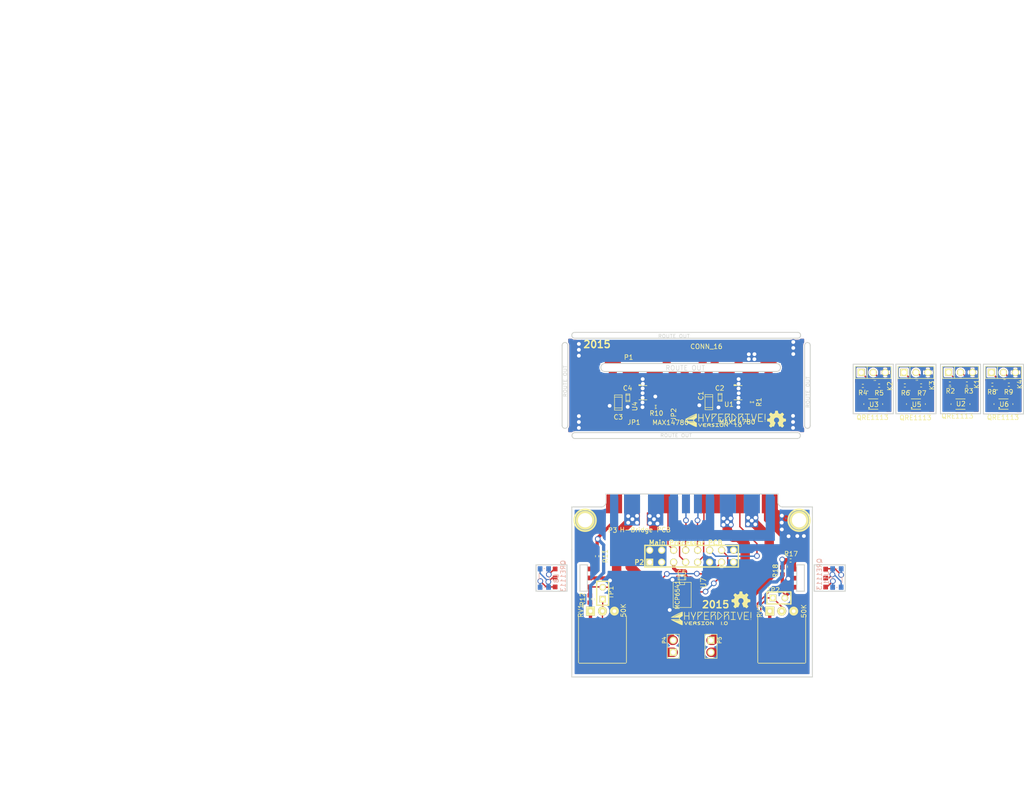
<source format=kicad_pcb>
(kicad_pcb (version 3) (host pcbnew "(2013-07-07 BZR 4022)-stable")
  (layers (15 F.Cu signal) (0 B.Cu signal) (18 B.Paste user) (19 F.Paste user) (20 B.SilkS user) (21 F.SilkS user) (22 B.Mask user) (23 F.Mask user) (28 Edge.Cuts user))
  (net 0 "")
  (net 1 +3.3V)
  (net 2 /DIRL)
  (net 3 /DIRR)
  (net 4 /FAULTL)
  (net 5 /FAULTR)
  (net 6 /M1L)
  (net 7 /M1R)
  (net 8 /M2L)
  (net 9 /M2R)
  (net 10 /Motor_Feedback_PCB/DIRL)
  (net 11 /Motor_Feedback_PCB/DIRR)
  (net 12 /Motor_Feedback_PCB/FAULTL)
  (net 13 /Motor_Feedback_PCB/FAULTR)
  (net 14 /Motor_Feedback_PCB/M1L)
  (net 15 /Motor_Feedback_PCB/M1R)
  (net 16 /Motor_Feedback_PCB/M2L)
  (net 17 /Motor_Feedback_PCB/M2R)
  (net 18 /Motor_Feedback_PCB/MSL)
  (net 19 /Motor_Feedback_PCB/MSR)
  (net 20 /Motor_Feedback_PCB/PWML)
  (net 21 /Motor_Feedback_PCB/PWMR)
  (net 22 /PWML)
  (net 23 /PWMR)
  (net 24 3V3)
  (net 25 GND)
  (net 26 GNDA)
  (net 27 N-0000014)
  (net 28 N-0000015)
  (net 29 N-0000016)
  (net 30 N-0000017)
  (net 31 N-0000018)
  (net 32 N-0000019)
  (net 33 N-0000020)
  (net 34 N-0000021)
  (net 35 N-0000022)
  (net 36 N-0000023)
  (net 37 N-0000024)
  (net 38 N-0000025)
  (net 39 N-0000026)
  (net 40 N-0000027)
  (net 41 N-0000028)
  (net 42 N-0000029)
  (net 43 N-0000043)
  (net 44 N-0000044)
  (net 45 N-0000045)
  (net 46 N-0000046)
  (net 47 N-0000047)
  (net 48 N-0000048)
  (net 49 N-0000050)
  (net 50 VDD)
  (module c_1206 (layer F.Cu) (at 246.77 124.48 90)
    (fp_text reference C3 (at -3.09 -0.02 180) (layer F.SilkS))
    (fp_text value 10u hide)
    (pad 1 smd rect (at 1.397 0 90) (size 1.6002 1.8034) (layers F.Cu F.Paste F.Mask) (net 50 VDD))
    (pad 2 smd rect (at -1.397 0 90) (size 1.6002 1.8034) (layers F.Cu F.Paste F.Mask) (net 25 GND))
  )
  (module TDFN (layer F.Cu) (at 272.14 121.14)
    (fp_text reference U1 (at -1.92 3.73) (layer F.SilkS))
    (fp_text value MAX14780 (at -0.19 7.46) (layer F.SilkS))
    (pad 1 smd rect (at -1.475 0) (size 0.65 0.296) (layers F.Cu F.Paste F.Mask) (net 25 GND))
    (pad 2 smd rect (at -1.475 0.5) (size 0.65 0.296) (layers F.Cu F.Paste F.Mask) (net 6 /M1L))
    (pad 3 smd rect (at -1.475 1) (size 0.65 0.296) (layers F.Cu F.Paste F.Mask) (net 50 VDD))
    (pad 4 smd rect (at -1.475 1.5) (size 0.65 0.296) (layers F.Cu F.Paste F.Mask) (net 25 GND))
    (pad 5 smd rect (at -1.475 2) (size 0.65 0.296) (layers F.Cu F.Paste F.Mask) (net 22 /PWML))
    (pad 6 smd rect (at -1.475 2.5) (size 0.65 0.296) (layers F.Cu F.Paste F.Mask) (net 2 /DIRL))
    (pad 7 smd rect (at 1.475 2.5) (size 0.65 0.296) (layers F.Cu F.Paste F.Mask) (net 4 /FAULTL))
    (pad 8 smd rect (at 1.475 2) (size 0.65 0.296) (layers F.Cu F.Paste F.Mask) (net 25 GND))
    (pad 9 smd rect (at 1.475 1.5) (size 0.65 0.296) (layers F.Cu F.Paste F.Mask) (net 25 GND))
    (pad 10 smd rect (at 1.475 1) (size 0.65 0.296) (layers F.Cu F.Paste F.Mask) (net 50 VDD))
    (pad 11 smd rect (at 1.475 0.5) (size 0.65 0.296) (layers F.Cu F.Paste F.Mask) (net 8 /M2L))
    (pad 12 smd rect (at 1.475 0) (size 0.65 0.296) (layers F.Cu F.Paste F.Mask) (net 25 GND))
    (pad 15 smd rect (at 0 1.25) (size 1.7 2.5) (layers F.Cu F.Paste F.Mask) (net 25 GND))
  )
  (module Gull_Wing (layer F.Cu) (at 319.29 124.81)
    (fp_text reference U2 (at 0.086 -0.056) (layer F.SilkS))
    (fp_text value QRE1113 (at -0.635 2.54) (layer F.SilkS))
    (pad 4 smd rect (at -1.95 -0.9) (size 1.1 1) (layers F.Cu F.Paste F.Mask) (net 30 N-0000017))
    (pad 2 smd rect (at 1.95 0.9) (size 1.1 1) (layers F.Cu F.Paste F.Mask) (net 30 N-0000017))
    (pad 1 smd rect (at -1.95 0.9) (size 1.1 1) (layers F.Cu F.Paste F.Mask) (net 27 N-0000014))
    (pad 3 smd rect (at 1.95 -0.9) (size 1.1 1) (layers F.Cu F.Paste F.Mask) (net 29 N-0000016))
  )
  (module PIN_ARRAY_3X1 (layer F.Cu) (at 319.31 118.075)
    (fp_text reference K1 (at 3.44 2.475 90) (layer F.SilkS) (effects (font (size 1.016 1.016) (thickness 0.1524))))
    (fp_text value ES1 hide)
    (pad 1 thru_hole rect (at -2.54 0) (size 1.524 1.524) (drill 1.016) (layers *.Cu *.Mask F.SilkS) (net 28 N-0000015))
    (pad 2 thru_hole circle (at 0 0) (size 1.524 1.524) (drill 1.016) (layers *.Cu *.Mask F.SilkS) (net 29 N-0000016))
    (pad 3 thru_hole circle (at 2.54 0) (size 1.524 1.524) (drill 1.016) (layers *.Cu *.Mask F.SilkS) (net 30 N-0000017))
  )
  (module PIN_ARRAY_3X1 (layer F.Cu) (at 328.4 118.1)
    (fp_text reference K4 (at 3.5 2.5 90) (layer F.SilkS) (effects (font (size 1.016 1.016) (thickness 0.1524))))
    (fp_text value ES4 hide)
    (pad 1 thru_hole rect (at -2.54 0) (size 1.524 1.524) (drill 1.016) (layers *.Cu *.Mask F.SilkS) (net 31 N-0000018))
    (pad 2 thru_hole circle (at 0 0) (size 1.524 1.524) (drill 1.016) (layers *.Cu *.Mask F.SilkS) (net 42 N-0000029))
    (pad 3 thru_hole circle (at 2.54 0) (size 1.524 1.524) (drill 1.016) (layers *.Cu *.Mask F.SilkS) (net 36 N-0000023))
  )
  (module PIN_ARRAY_3X1 (layer F.Cu) (at 309.85 118.1)
    (fp_text reference K3 (at 3.4 2.75 90) (layer F.SilkS) (effects (font (size 1.016 1.016) (thickness 0.1524))))
    (fp_text value ES3 hide)
    (pad 1 thru_hole rect (at -2.54 0) (size 1.524 1.524) (drill 1.016) (layers *.Cu *.Mask F.SilkS) (net 32 N-0000019))
    (pad 2 thru_hole circle (at 0 0) (size 1.524 1.524) (drill 1.016) (layers *.Cu *.Mask F.SilkS) (net 33 N-0000020))
    (pad 3 thru_hole circle (at 2.54 0) (size 1.524 1.524) (drill 1.016) (layers *.Cu *.Mask F.SilkS) (net 34 N-0000021))
  )
  (module PIN_ARRAY_3X1 (layer F.Cu) (at 300.8 118.1)
    (fp_text reference K2 (at 3.55 2.9 90) (layer F.SilkS) (effects (font (size 1.016 1.016) (thickness 0.1524))))
    (fp_text value ES2 hide)
    (pad 1 thru_hole rect (at -2.54 0) (size 1.524 1.524) (drill 1.016) (layers *.Cu *.Mask F.SilkS) (net 39 N-0000026))
    (pad 2 thru_hole circle (at 0 0) (size 1.524 1.524) (drill 1.016) (layers *.Cu *.Mask F.SilkS) (net 38 N-0000025))
    (pad 3 thru_hole circle (at 2.54 0) (size 1.524 1.524) (drill 1.016) (layers *.Cu *.Mask F.SilkS) (net 40 N-0000027))
  )
  (module Gull_Wing (layer F.Cu) (at 309.85 124.8)
    (fp_text reference U5 (at 0.15 0.1) (layer F.SilkS))
    (fp_text value QRE1113 (at -0.1 2.9) (layer F.SilkS))
    (pad 4 smd rect (at -1.95 -0.9) (size 1.1 1) (layers F.Cu F.Paste F.Mask) (net 34 N-0000021))
    (pad 2 smd rect (at 1.95 0.9) (size 1.1 1) (layers F.Cu F.Paste F.Mask) (net 34 N-0000021))
    (pad 1 smd rect (at -1.95 0.9) (size 1.1 1) (layers F.Cu F.Paste F.Mask) (net 35 N-0000022))
    (pad 3 smd rect (at 1.95 -0.9) (size 1.1 1) (layers F.Cu F.Paste F.Mask) (net 33 N-0000020))
  )
  (module Gull_Wing (layer F.Cu) (at 300.8 124.8)
    (fp_text reference U3 (at 0.15 0.1) (layer F.SilkS))
    (fp_text value QRE1113 (at -0.15 2.85) (layer F.SilkS))
    (pad 4 smd rect (at -1.95 -0.9) (size 1.1 1) (layers F.Cu F.Paste F.Mask) (net 40 N-0000027))
    (pad 2 smd rect (at 1.95 0.9) (size 1.1 1) (layers F.Cu F.Paste F.Mask) (net 40 N-0000027))
    (pad 1 smd rect (at -1.95 0.9) (size 1.1 1) (layers F.Cu F.Paste F.Mask) (net 41 N-0000028))
    (pad 3 smd rect (at 1.95 -0.9) (size 1.1 1) (layers F.Cu F.Paste F.Mask) (net 38 N-0000025))
  )
  (module Gull_Wing (layer F.Cu) (at 328.4 124.8)
    (fp_text reference U6 (at 0.15 0.05) (layer F.SilkS))
    (fp_text value QRE1113 (at -0.1 2.85) (layer F.SilkS))
    (pad 4 smd rect (at -1.95 -0.9) (size 1.1 1) (layers F.Cu F.Paste F.Mask) (net 36 N-0000023))
    (pad 2 smd rect (at 1.95 0.9) (size 1.1 1) (layers F.Cu F.Paste F.Mask) (net 36 N-0000023))
    (pad 1 smd rect (at -1.95 0.9) (size 1.1 1) (layers F.Cu F.Paste F.Mask) (net 37 N-0000024))
    (pad 3 smd rect (at 1.95 -0.9) (size 1.1 1) (layers F.Cu F.Paste F.Mask) (net 42 N-0000029))
  )
  (module r_0603 (layer F.Cu) (at 307.5 120.85)
    (fp_text reference R6 (at 0.15 1.6) (layer F.SilkS))
    (fp_text value 160 (at 0.9 1.1) (layer F.SilkS) (effects (font (size 0.20066 0.20066) (thickness 0.04064))))
    (pad 1 smd rect (at 0.75184 0) (size 0.89916 1.00076) (layers F.Cu F.Paste F.Mask) (net 32 N-0000019))
    (pad 2 smd rect (at -0.75184 0) (size 0.89916 1.00076) (layers F.Cu F.Paste F.Mask) (net 35 N-0000022))
  )
  (module r_0603 (layer F.Cu) (at 310.95 120.85 180)
    (fp_text reference R7 (at -0.15 -1.65 180) (layer F.SilkS))
    (fp_text value 10K (at 0.9 1.1 180) (layer F.SilkS) (effects (font (size 0.20066 0.20066) (thickness 0.04064))))
    (pad 1 smd rect (at 0.75184 0 180) (size 0.89916 1.00076) (layers F.Cu F.Paste F.Mask) (net 32 N-0000019))
    (pad 2 smd rect (at -0.75184 0 180) (size 0.89916 1.00076) (layers F.Cu F.Paste F.Mask) (net 33 N-0000020))
  )
  (module r_0603 (layer F.Cu) (at 298.6 120.95)
    (fp_text reference R4 (at 0 1.45) (layer F.SilkS))
    (fp_text value 160 (at 0.9 1.1) (layer F.SilkS) (effects (font (size 0.20066 0.20066) (thickness 0.04064))))
    (pad 1 smd rect (at 0.75184 0) (size 0.89916 1.00076) (layers F.Cu F.Paste F.Mask) (net 39 N-0000026))
    (pad 2 smd rect (at -0.75184 0) (size 0.89916 1.00076) (layers F.Cu F.Paste F.Mask) (net 41 N-0000028))
  )
  (module r_0603 (layer F.Cu) (at 302.05 120.9 180)
    (fp_text reference R5 (at 0 -1.55 180) (layer F.SilkS))
    (fp_text value 10K (at 0.9 1.1 180) (layer F.SilkS) (effects (font (size 0.20066 0.20066) (thickness 0.04064))))
    (pad 1 smd rect (at 0.75184 0 180) (size 0.89916 1.00076) (layers F.Cu F.Paste F.Mask) (net 39 N-0000026))
    (pad 2 smd rect (at -0.75184 0 180) (size 0.89916 1.00076) (layers F.Cu F.Paste F.Mask) (net 38 N-0000025))
  )
  (module r_0603 (layer F.Cu) (at 326.05 120.7)
    (fp_text reference R8 (at -0.1 1.55) (layer F.SilkS))
    (fp_text value 160 (at 0.9 1.1) (layer F.SilkS) (effects (font (size 0.20066 0.20066) (thickness 0.04064))))
    (pad 1 smd rect (at 0.75184 0) (size 0.89916 1.00076) (layers F.Cu F.Paste F.Mask) (net 31 N-0000018))
    (pad 2 smd rect (at -0.75184 0) (size 0.89916 1.00076) (layers F.Cu F.Paste F.Mask) (net 37 N-0000024))
  )
  (module r_0603 (layer F.Cu) (at 329.55 120.7 180)
    (fp_text reference R9 (at 0.05 -1.55 180) (layer F.SilkS))
    (fp_text value 10K (at 0.9 1.1 180) (layer F.SilkS) (effects (font (size 0.20066 0.20066) (thickness 0.04064))))
    (pad 1 smd rect (at 0.75184 0 180) (size 0.89916 1.00076) (layers F.Cu F.Paste F.Mask) (net 31 N-0000018))
    (pad 2 smd rect (at -0.75184 0 180) (size 0.89916 1.00076) (layers F.Cu F.Paste F.Mask) (net 42 N-0000029))
  )
  (module r_0603 (layer F.Cu) (at 317.05 120.45)
    (fp_text reference R2 (at 0.1 1.6) (layer F.SilkS))
    (fp_text value 160 (at 0 0.7) (layer F.SilkS) (effects (font (size 0.20066 0.20066) (thickness 0.04064))))
    (pad 1 smd rect (at 0.75184 0) (size 0.89916 1.00076) (layers F.Cu F.Paste F.Mask) (net 28 N-0000015))
    (pad 2 smd rect (at -0.75184 0) (size 0.89916 1.00076) (layers F.Cu F.Paste F.Mask) (net 27 N-0000014))
  )
  (module r_0603 (layer F.Cu) (at 320.65 120.45 180)
    (fp_text reference R3 (at -0.4 -1.6 180) (layer F.SilkS))
    (fp_text value 10K (at 0 -0.7 180) (layer F.SilkS) (effects (font (size 0.20066 0.20066) (thickness 0.04064))))
    (pad 1 smd rect (at 0.75184 0 180) (size 0.89916 1.00076) (layers F.Cu F.Paste F.Mask) (net 28 N-0000015))
    (pad 2 smd rect (at -0.75184 0 180) (size 0.89916 1.00076) (layers F.Cu F.Paste F.Mask) (net 29 N-0000016))
  )
  (module r_0603 (layer F.Cu) (at 275.09 124.39 270)
    (fp_text reference R1 (at 0 -1.5 270) (layer F.SilkS))
    (fp_text value 10K (at 0.02 -0.01 360) (layer F.SilkS) (effects (font (size 0.20066 0.20066) (thickness 0.04064))))
    (pad 1 smd rect (at 0.75184 0 270) (size 0.89916 1.00076) (layers F.Cu F.Paste F.Mask) (net 1 +3.3V))
    (pad 2 smd rect (at -0.75184 0 270) (size 0.89916 1.00076) (layers F.Cu F.Paste F.Mask) (net 4 /FAULTL))
  )
  (module r_0603 (layer F.Cu) (at 254.7 125.4 180)
    (fp_text reference R10 (at -0.14 -1.35 180) (layer F.SilkS))
    (fp_text value 10K (at 0.02 0 270) (layer F.SilkS) (effects (font (size 0.20066 0.20066) (thickness 0.04064))))
    (pad 1 smd rect (at 0.75184 0 180) (size 0.89916 1.00076) (layers F.Cu F.Paste F.Mask) (net 1 +3.3V))
    (pad 2 smd rect (at -0.75184 0 180) (size 0.89916 1.00076) (layers F.Cu F.Paste F.Mask) (net 5 /FAULTR))
  )
  (module c_1206 (layer F.Cu) (at 265.96 124.4 90)
    (fp_text reference C1 (at 1.36 -1.69 90) (layer F.SilkS))
    (fp_text value 10u hide)
    (pad 1 smd rect (at 1.397 0 90) (size 1.6002 1.8034) (layers F.Cu F.Paste F.Mask) (net 50 VDD))
    (pad 2 smd rect (at -1.397 0 90) (size 1.6002 1.8034) (layers F.Cu F.Paste F.Mask) (net 25 GND))
  )
  (module c_0603 (layer F.Cu) (at 268.33 123.38 90)
    (fp_text reference C2 (at 1.95 -0.08 180) (layer F.SilkS))
    (fp_text value 1u hide)
    (pad 1 smd rect (at 0.75184 0 90) (size 0.89916 1.00076) (layers F.Cu F.Paste F.Mask) (net 50 VDD))
    (pad 2 smd rect (at -0.75184 0 90) (size 0.89916 1.00076) (layers F.Cu F.Paste F.Mask) (net 25 GND))
  )
  (module c_0603 (layer F.Cu) (at 248.79 123.47 90)
    (fp_text reference C4 (at 2.04 -0.06 180) (layer F.SilkS))
    (fp_text value 1u hide)
    (pad 1 smd rect (at 0.75184 0 90) (size 0.89916 1.00076) (layers F.Cu F.Paste F.Mask) (net 50 VDD))
    (pad 2 smd rect (at -0.75184 0 90) (size 0.89916 1.00076) (layers F.Cu F.Paste F.Mask) (net 25 GND))
  )
  (module TDFN (layer F.Cu) (at 251.97 121.14)
    (fp_text reference U4 (at -1.7 4.14 90) (layer F.SilkS))
    (fp_text value MAX14780 (at 5.86 7.59) (layer F.SilkS))
    (pad 1 smd rect (at -1.475 0) (size 0.65 0.296) (layers F.Cu F.Paste F.Mask) (net 25 GND))
    (pad 2 smd rect (at -1.475 0.5) (size 0.65 0.296) (layers F.Cu F.Paste F.Mask) (net 7 /M1R))
    (pad 3 smd rect (at -1.475 1) (size 0.65 0.296) (layers F.Cu F.Paste F.Mask) (net 50 VDD))
    (pad 4 smd rect (at -1.475 1.5) (size 0.65 0.296) (layers F.Cu F.Paste F.Mask) (net 25 GND))
    (pad 5 smd rect (at -1.475 2) (size 0.65 0.296) (layers F.Cu F.Paste F.Mask) (net 23 /PWMR))
    (pad 6 smd rect (at -1.475 2.5) (size 0.65 0.296) (layers F.Cu F.Paste F.Mask) (net 3 /DIRR))
    (pad 7 smd rect (at 1.475 2.5) (size 0.65 0.296) (layers F.Cu F.Paste F.Mask) (net 5 /FAULTR))
    (pad 8 smd rect (at 1.475 2) (size 0.65 0.296) (layers F.Cu F.Paste F.Mask) (net 25 GND))
    (pad 9 smd rect (at 1.475 1.5) (size 0.65 0.296) (layers F.Cu F.Paste F.Mask) (net 25 GND))
    (pad 10 smd rect (at 1.475 1) (size 0.65 0.296) (layers F.Cu F.Paste F.Mask) (net 50 VDD))
    (pad 11 smd rect (at 1.475 0.5) (size 0.65 0.296) (layers F.Cu F.Paste F.Mask) (net 9 /M2R))
    (pad 12 smd rect (at 1.475 0) (size 0.65 0.296) (layers F.Cu F.Paste F.Mask) (net 25 GND))
    (pad 15 smd rect (at 0 1.25) (size 1.7 2.5) (layers F.Cu F.Paste F.Mask) (net 25 GND))
  )
  (module HR-11 (layer F.Cu) (at 260.83 114.91)
    (fp_text reference P1 (at -11.88 -0.02) (layer F.SilkS))
    (fp_text value CONN_16 (at 4.6 -2.3) (layer F.SilkS))
    (pad 1 smd rect (at -15.24 4.3) (size 1.7 2.5) (layers F.Cu F.Paste F.Mask) (net 50 VDD))
    (pad 5 smd rect (at -15.24 0) (size 3.4 2.5) (layers F.Cu F.Paste F.Mask) (net 1 +3.3V))
    (pad 6 smd rect (at -3.81 0) (size 1.7 2.5) (layers F.Cu F.Paste F.Mask) (net 23 /PWMR))
    (pad 7 smd rect (at 3.81 0) (size 1.7 2.5) (layers F.Cu F.Paste F.Mask) (net 3 /DIRR))
    (pad 8 smd rect (at 6.35 0) (size 1.7 2.5) (layers F.Cu F.Paste F.Mask) (net 5 /FAULTR))
    (pad 9 smd rect (at 0 4.3) (size 1.7 2.5) (layers F.Cu F.Paste F.Mask) (net 2 /DIRL))
    (pad 10 smd rect (at 2.54 4.3) (size 1.7 2.5) (layers F.Cu F.Paste F.Mask) (net 22 /PWML))
    (pad 11 smd rect (at 11.43 0) (size 1.7 2.5) (layers F.Cu F.Paste F.Mask) (net 4 /FAULTL))
    (pad 12 smd rect (at 17.78 0) (size 3.4 2.5) (layers F.Cu F.Paste F.Mask) (net 25 GND))
    (pad 13 smd rect (at -11.43 4.3) (size 3.4 2.5) (layers F.Cu F.Paste F.Mask) (net 7 /M1R))
    (pad 14 smd rect (at -6.35 4.3) (size 3.4 2.5) (layers F.Cu F.Paste F.Mask) (net 9 /M2R))
    (pad 15 smd rect (at 8.89 4.3) (size 3.4 2.5) (layers F.Cu F.Paste F.Mask) (net 6 /M1L))
    (pad 16 smd rect (at 13.97 4.3) (size 3.4 2.5) (layers F.Cu F.Paste F.Mask) (net 8 /M2L))
    (pad 2 smd rect (at -2.54 4.3) (size 1.7 2.5) (layers F.Cu F.Paste F.Mask) (net 50 VDD))
    (pad 3 smd rect (at 5.08 4.3) (size 1.7 2.5) (layers F.Cu F.Paste F.Mask) (net 50 VDD))
    (pad 4 smd rect (at 17.78 4.3) (size 1.7 2.5) (layers F.Cu F.Paste F.Mask) (net 50 VDD))
  )
  (module Jump_2mm (layer F.Cu) (at 249.48 127.23)
    (fp_text reference JP1 (at 0.6 1.44) (layer F.SilkS))
    (fp_text value "" hide)
    (pad 1 smd rect (at -1 0) (size 1 1) (layers F.Cu F.Paste F.Mask) (net 1 +3.3V))
    (pad 2 smd rect (at 2 0) (size 1 1) (layers F.Cu F.Paste F.Mask) (net 1 +3.3V))
  )
  (module Jump_2mm (layer F.Cu) (at 257.05 127.38 90)
    (fp_text reference JP2 (at 0.38 1.45 90) (layer F.SilkS))
    (fp_text value "" hide)
    (pad 1 smd rect (at -1 0 90) (size 1 1) (layers F.Cu F.Paste F.Mask) (net 5 /FAULTR))
    (pad 2 smd rect (at 2 0 90) (size 1 1) (layers F.Cu F.Paste F.Mask) (net 5 /FAULTR))
  )
  (module OSHW-logo_silkscreen-front_4mm (layer F.Cu) (at 280.3 128)
    (fp_text reference "" hide)
    (fp_text value "" hide)
  )
  (module SO8E (layer F.Cu) (at 260.3 165.25 270)
    (fp_text reference U7 (at -2.55 -4.5 270) (layer F.SilkS) (effects (font (size 1.143 1.143) (thickness 0.1524))))
    (fp_text value MCP6541 (at 0 1.016 270) (layer F.SilkS) (effects (font (size 0.889 0.889) (thickness 0.1524))))
    (pad 8 smd rect (at -1.905 -2.667 270) (size 0.59944 1.39954) (layers F.Cu F.Paste F.Mask) (net 24 3V3))
    (pad 1 smd rect (at -1.905 2.667 270) (size 0.59944 1.39954) (layers F.Cu F.Paste F.Mask) (net 18 /Motor_Feedback_PCB/MSL))
    (pad 7 smd rect (at -0.635 -2.667 270) (size 0.59944 1.39954) (layers F.Cu F.Paste F.Mask) (net 19 /Motor_Feedback_PCB/MSR))
    (pad 6 smd rect (at 0.635 -2.667 270) (size 0.59944 1.39954) (layers F.Cu F.Paste F.Mask) (net 46 N-0000046))
    (pad 5 smd rect (at 1.905 -2.667 270) (size 0.59944 1.39954) (layers F.Cu F.Paste F.Mask) (net 47 N-0000047))
    (pad 2 smd rect (at -0.635 2.667 270) (size 0.59944 1.39954) (layers F.Cu F.Paste F.Mask) (net 43 N-0000043))
    (pad 3 smd rect (at 0.635 2.667 270) (size 0.59944 1.39954) (layers F.Cu F.Paste F.Mask) (net 44 N-0000044))
    (pad 4 smd rect (at 1.905 2.667 270) (size 0.59944 1.39954) (layers F.Cu F.Paste F.Mask) (net 26 GNDA))
  )
  (module r_0603 (layer F.Cu) (at 242.275 157.05 90)
    (fp_text reference R11 (at 0 1.75 90) (layer F.SilkS))
    (fp_text value 160 (at 0.9 1.1 90) (layer F.SilkS) (effects (font (size 0.20066 0.20066) (thickness 0.04064))))
    (pad 1 smd rect (at 0.75184 0 90) (size 0.89916 1.00076) (layers F.Cu F.Paste F.Mask) (net 24 3V3))
    (pad 2 smd rect (at -0.75184 0 90) (size 0.89916 1.00076) (layers F.Cu F.Paste F.Mask) (net 48 N-0000048))
  )
  (module r_0603 (layer F.Cu) (at 240.725 166.125 270)
    (fp_text reference R12 (at 0.05 1.55 270) (layer F.SilkS))
    (fp_text value 10K (at 0.05 -0.95 270) (layer F.SilkS) (effects (font (size 0.20066 0.20066) (thickness 0.04064))))
    (pad 1 smd rect (at 0.75184 0 270) (size 0.89916 1.00076) (layers F.Cu F.Paste F.Mask) (net 24 3V3))
    (pad 2 smd rect (at -0.75184 0 270) (size 0.89916 1.00076) (layers F.Cu F.Paste F.Mask) (net 43 N-0000043))
  )
  (module r_0603 (layer F.Cu) (at 283.275 157.95 180)
    (fp_text reference R17 (at -0.1 1.4 180) (layer F.SilkS))
    (fp_text value 160 (at 0.9 1.1 180) (layer F.SilkS) (effects (font (size 0.20066 0.20066) (thickness 0.04064))))
    (pad 1 smd rect (at 0.75184 0 180) (size 0.89916 1.00076) (layers F.Cu F.Paste F.Mask) (net 24 3V3))
    (pad 2 smd rect (at -0.75184 0 180) (size 0.89916 1.00076) (layers F.Cu F.Paste F.Mask) (net 45 N-0000045))
  )
  (module r_0603 (layer F.Cu) (at 281.525 160.175 90)
    (fp_text reference R18 (at 0.025 -1.45 90) (layer F.SilkS))
    (fp_text value 10K (at 0.9 1.1 90) (layer F.SilkS) (effects (font (size 0.20066 0.20066) (thickness 0.04064))))
    (pad 1 smd rect (at 0.75184 0 90) (size 0.89916 1.00076) (layers F.Cu F.Paste F.Mask) (net 24 3V3))
    (pad 2 smd rect (at -0.75184 0 90) (size 0.89916 1.00076) (layers F.Cu F.Paste F.Mask) (net 46 N-0000046))
  )
  (module pin_array_8x2 (layer F.Cu) (at 262.3 157.05)
    (fp_text reference P2 (at -11.1 1.3) (layer F.SilkS) (effects (font (size 1.016 1.016) (thickness 0.2032))))
    (fp_text value "Main Processor PCB" (at -1.25 -2.85) (layer F.SilkS) (effects (font (size 1.016 1.016) (thickness 0.2032))))
    (pad 1 thru_hole rect (at -8.89 1.27) (size 1.524 1.524) (drill 1.016) (layers *.Cu *.Mask F.SilkS) (net 49 N-0000050))
    (pad 2 thru_hole circle (at -8.89 -1.27) (size 1.524 1.524) (drill 1.016) (layers *.Cu *.Mask F.SilkS) (net 49 N-0000050))
    (pad 3 thru_hole circle (at -6.35 1.27) (size 1.524 1.524) (drill 1.016) (layers *.Cu *.Mask F.SilkS) (net 49 N-0000050))
    (pad 4 thru_hole circle (at -6.35 -1.27) (size 1.524 1.524) (drill 1.016) (layers *.Cu *.Mask F.SilkS) (net 49 N-0000050))
    (pad 5 thru_hole circle (at -3.81 1.27) (size 1.524 1.524) (drill 1.016) (layers *.Cu *.Mask F.SilkS) (net 24 3V3))
    (pad 6 thru_hole circle (at -3.81 -1.27) (size 1.524 1.524) (drill 1.016) (layers *.Cu *.Mask F.SilkS) (net 21 /Motor_Feedback_PCB/PWMR))
    (pad 7 thru_hole circle (at -1.27 1.27) (size 1.524 1.524) (drill 1.016) (layers *.Cu *.Mask F.SilkS) (net 10 /Motor_Feedback_PCB/DIRL))
    (pad 8 thru_hole circle (at -1.27 -1.27) (size 1.524 1.524) (drill 1.016) (layers *.Cu *.Mask F.SilkS) (net 20 /Motor_Feedback_PCB/PWML))
    (pad 9 thru_hole circle (at 1.27 1.27) (size 1.524 1.524) (drill 1.016) (layers *.Cu *.Mask F.SilkS) (net 13 /Motor_Feedback_PCB/FAULTR))
    (pad 10 thru_hole circle (at 1.27 -1.27) (size 1.524 1.524) (drill 1.016) (layers *.Cu *.Mask F.SilkS) (net 11 /Motor_Feedback_PCB/DIRR))
    (pad 11 thru_hole circle (at 3.81 1.27) (size 1.524 1.524) (drill 1.016) (layers *.Cu *.Mask F.SilkS) (net 26 GNDA))
    (pad 12 thru_hole circle (at 3.81 -1.27) (size 1.524 1.524) (drill 1.016) (layers *.Cu *.Mask F.SilkS) (net 12 /Motor_Feedback_PCB/FAULTL))
    (pad 13 thru_hole circle (at 6.35 1.27) (size 1.524 1.524) (drill 1.016) (layers *.Cu *.Mask F.SilkS) (net 18 /Motor_Feedback_PCB/MSL))
    (pad 14 thru_hole circle (at 6.35 -1.27) (size 1.524 1.524) (drill 1.016) (layers *.Cu *.Mask F.SilkS) (net 19 /Motor_Feedback_PCB/MSR))
    (pad 15 thru_hole circle (at 8.89 1.27) (size 1.524 1.524) (drill 1.016) (layers *.Cu *.Mask F.SilkS) (net 26 GNDA))
    (pad 16 thru_hole circle (at 8.89 -1.27) (size 1.524 1.524) (drill 1.016) (layers *.Cu *.Mask F.SilkS) (net 26 GNDA))
  )
  (module PIN_ARRAY_2X1 (layer F.Cu) (at 258.4 176.15 90)
    (fp_text reference P4 (at 1.3 -1.9 90) (layer F.SilkS) (effects (font (size 0.762 0.762) (thickness 0.1524))))
    (fp_text value MR hide)
    (pad 1 thru_hole rect (at -1.27 0 90) (size 1.524 1.524) (drill 1.016) (layers *.Cu *.Mask F.SilkS) (net 15 /Motor_Feedback_PCB/M1R))
    (pad 2 thru_hole circle (at 1.27 0 90) (size 1.524 1.524) (drill 1.016) (layers *.Cu *.Mask F.SilkS) (net 17 /Motor_Feedback_PCB/M2R))
  )
  (module PIN_ARRAY_2X1 (layer F.Cu) (at 266.4 176.15 270)
    (fp_text reference P5 (at -1.3 -1.85 270) (layer F.SilkS) (effects (font (size 0.762 0.762) (thickness 0.1524))))
    (fp_text value ML hide)
    (pad 1 thru_hole rect (at -1.27 0 270) (size 1.524 1.524) (drill 1.016) (layers *.Cu *.Mask F.SilkS) (net 14 /Motor_Feedback_PCB/M1L))
    (pad 2 thru_hole circle (at 1.27 0 270) (size 1.524 1.524) (drill 1.016) (layers *.Cu *.Mask F.SilkS) (net 16 /Motor_Feedback_PCB/M2L))
  )
  (module HR-11-BTB (layer F.Cu) (at 261.1 145.9)
    (fp_text reference P3 (at -15.55 5.65) (layer F.SilkS))
    (fp_text value "H-Bridge PCB " (at -8.25 5.55) (layer F.SilkS))
    (pad 3 smd rect (at 5.08 0) (size 1.7 4.1) (layers B.Cu F.Paste F.Mask) (net 49 N-0000050))
    (pad 2 smd rect (at -2.54 0) (size 1.7 4.1) (layers B.Cu F.Paste F.Mask) (net 49 N-0000050))
    (pad 16 smd rect (at 13.97 0) (size 3.4 4.1) (layers B.Cu F.Paste F.Mask) (net 16 /Motor_Feedback_PCB/M2L))
    (pad 15 smd rect (at 8.89 0) (size 3.4 4.1) (layers B.Cu F.Paste F.Mask) (net 14 /Motor_Feedback_PCB/M1L))
    (pad 14 smd rect (at -6.35 0) (size 3.4 4.1) (layers B.Cu F.Paste F.Mask) (net 17 /Motor_Feedback_PCB/M2R))
    (pad 13 smd rect (at -11.43 0) (size 3.4 4.1) (layers B.Cu F.Paste F.Mask) (net 15 /Motor_Feedback_PCB/M1R))
    (pad 10 smd rect (at 2.54 0) (size 1.7 4.1) (layers B.Cu F.Paste F.Mask) (net 20 /Motor_Feedback_PCB/PWML))
    (pad 9 smd rect (at 0 0) (size 1.7 4.1) (layers B.Cu F.Paste F.Mask) (net 10 /Motor_Feedback_PCB/DIRL))
    (pad 1 smd rect (at -15.24 0) (size 1.7 4.1) (layers B.Cu F.Paste F.Mask) (net 49 N-0000050))
    (pad 5 smd rect (at -15.24 0) (size 3.4 4.1) (layers F.Cu F.Paste F.Mask) (net 24 3V3))
    (pad 6 smd rect (at -3.81 0) (size 1.7 4.1) (layers F.Cu F.Paste F.Mask) (net 21 /Motor_Feedback_PCB/PWMR))
    (pad 7 smd rect (at 3.81 0) (size 1.7 4.1) (layers F.Cu F.Paste F.Mask) (net 11 /Motor_Feedback_PCB/DIRR))
    (pad 8 smd rect (at 6.35 0) (size 1.7 4.1) (layers F.Cu F.Paste F.Mask) (net 13 /Motor_Feedback_PCB/FAULTR))
    (pad 11 smd rect (at 11.43 0) (size 1.7 4.1) (layers F.Cu F.Paste F.Mask) (net 12 /Motor_Feedback_PCB/FAULTL))
    (pad 12 smd rect (at 17.78 0) (size 3.4 4.1) (layers F.Cu F.Paste F.Mask) (net 26 GNDA))
    (pad 4 smd rect (at 17.78 0) (size 1.7 4.1) (layers B.Cu F.Paste F.Mask) (net 49 N-0000050))
  )
  (module Gull_Wing (layer B.Cu) (at 231.075 161.675 270)
    (fp_text reference U8 (at 0.05 -2.55 270) (layer B.SilkS) (effects (justify mirror)))
    (fp_text value QRE1113 (at -0.4 -4 270) (layer B.SilkS) (effects (justify mirror)))
    (pad 4 smd rect (at -1.95 0.9 270) (size 1.1 1) (layers B.Cu B.Paste B.Mask) (net 26 GNDA))
    (pad 2 smd rect (at 1.95 -0.9 270) (size 1.1 1) (layers B.Cu B.Paste B.Mask) (net 26 GNDA))
    (pad 1 smd rect (at -1.95 -0.9 270) (size 1.1 1) (layers B.Cu B.Paste B.Mask) (net 48 N-0000048))
    (pad 3 smd rect (at 1.95 0.9 270) (size 1.1 1) (layers B.Cu B.Paste B.Mask) (net 43 N-0000043))
  )
  (module Gull_Wing (layer B.Cu) (at 293.1 161.675 270)
    (fp_text reference U11 (at -0.05 2.2 270) (layer B.SilkS) (effects (justify mirror)))
    (fp_text value QRE1113 (at -0.8 3.7 270) (layer B.SilkS) (effects (justify mirror)))
    (pad 4 smd rect (at -1.95 0.9 270) (size 1.1 1) (layers B.Cu B.Paste B.Mask) (net 26 GNDA))
    (pad 2 smd rect (at 1.95 -0.9 270) (size 1.1 1) (layers B.Cu B.Paste B.Mask) (net 26 GNDA))
    (pad 1 smd rect (at -1.95 -0.9 270) (size 1.1 1) (layers B.Cu B.Paste B.Mask) (net 45 N-0000045))
    (pad 3 smd rect (at 1.95 0.9 270) (size 1.1 1) (layers B.Cu B.Paste B.Mask) (net 46 N-0000046))
  )
  (module c_0603 (layer F.Cu) (at 260.25 161.65)
    (fp_text reference C5 (at -0.05 -1.1) (layer F.SilkS))
    (fp_text value 0.1u hide)
    (pad 1 smd rect (at 0.75184 0) (size 0.89916 1.00076) (layers F.Cu F.Paste F.Mask) (net 24 3V3))
    (pad 2 smd rect (at -0.75184 0) (size 0.89916 1.00076) (layers F.Cu F.Paste F.Mask) (net 26 GNDA))
  )
  (module VR (layer F.Cu) (at 243.4 166.15)
    (fp_text reference RV1 (at -4.6 2.5 90) (layer F.SilkS))
    (fp_text value 50K (at 4.45 2.4 90) (layer F.SilkS))
    (pad 1 thru_hole rect (at -2.54 2.54) (size 1.905 1.905) (drill 0.762) (layers *.Cu *.Mask F.SilkS) (net 24 3V3))
    (pad 2 thru_hole circle (at 0 2.54) (size 1.905 1.905) (drill 0.762) (layers *.Cu *.Mask F.SilkS) (net 44 N-0000044))
    (pad 3 thru_hole circle (at 2.54 2.54) (size 1.905 1.905) (drill 0.762) (layers *.Cu *.Mask F.SilkS) (net 26 GNDA))
  )
  (module VR (layer F.Cu) (at 281.4 166.15)
    (fp_text reference RV2 (at -4.65 2.55 90) (layer F.SilkS))
    (fp_text value 50K (at 4.7 2.55 90) (layer F.SilkS))
    (pad 1 thru_hole rect (at -2.54 2.54) (size 1.905 1.905) (drill 0.762) (layers *.Cu *.Mask F.SilkS) (net 24 3V3))
    (pad 2 thru_hole circle (at 0 2.54) (size 1.905 1.905) (drill 0.762) (layers *.Cu *.Mask F.SilkS) (net 47 N-0000047))
    (pad 3 thru_hole circle (at 2.54 2.54) (size 1.905 1.905) (drill 0.762) (layers *.Cu *.Mask F.SilkS) (net 26 GNDA))
  )
  (module 3PINBTB (layer F.Cu) (at 230.825 161.025 90)
    (fp_text reference "" (at 0 0 90) (layer F.SilkS))
    (fp_text value "" (at 0 1.27 90) (layer F.SilkS))
    (pad 1 smd rect (at -2.54 2.54 90) (size 1 1) (layers F.Cu F.Paste F.Mask) (net 43 N-0000043))
    (pad 2 smd rect (at -0.635 2.54 90) (size 1 1) (layers F.Cu F.Paste F.Mask) (net 26 GNDA))
    (pad 3 smd rect (at 1.27 2.54 90) (size 1 1) (layers F.Cu F.Paste F.Mask) (net 48 N-0000048))
  )
  (module 3PINBTB (layer F.Cu) (at 238.15 161.025 90)
    (fp_text reference "" (at 0 0 90) (layer F.SilkS))
    (fp_text value "" (at 0 1.27 90) (layer F.SilkS))
    (pad 1 smd rect (at -2.54 2.54 90) (size 1 1) (layers F.Cu F.Paste F.Mask) (net 43 N-0000043))
    (pad 2 smd rect (at -0.635 2.54 90) (size 1 1) (layers F.Cu F.Paste F.Mask) (net 26 GNDA))
    (pad 3 smd rect (at 1.27 2.54 90) (size 1 1) (layers F.Cu F.Paste F.Mask) (net 48 N-0000048))
  )
  (module 3PINBTB (layer F.Cu) (at 288.175 161.05 90)
    (fp_text reference "" (at 0 0 90) (layer F.SilkS))
    (fp_text value "" (at 0 1.27 90) (layer F.SilkS))
    (pad 1 smd rect (at -2.54 2.54 90) (size 1 1) (layers F.Cu F.Paste F.Mask) (net 46 N-0000046))
    (pad 2 smd rect (at -0.635 2.54 90) (size 1 1) (layers F.Cu F.Paste F.Mask) (net 26 GNDA))
    (pad 3 smd rect (at 1.27 2.54 90) (size 1 1) (layers F.Cu F.Paste F.Mask) (net 45 N-0000045))
  )
  (module 3PINBTB (layer F.Cu) (at 281.55 161.075 90)
    (fp_text reference "" (at 0 0 90) (layer F.SilkS))
    (fp_text value "" (at 0 1.27 90) (layer F.SilkS))
    (pad 1 smd rect (at -2.54 2.54 90) (size 1 1) (layers F.Cu F.Paste F.Mask) (net 46 N-0000046))
    (pad 2 smd rect (at -0.635 2.54 90) (size 1 1) (layers F.Cu F.Paste F.Mask) (net 26 GNDA))
    (pad 3 smd rect (at 1.27 2.54 90) (size 1 1) (layers F.Cu F.Paste F.Mask) (net 45 N-0000045))
  )
  (module OSHW-logo_silkscreen-front_4mm (layer F.Cu) (at 272.75 166.3)
    (fp_text reference "" hide)
    (fp_text value "" hide)
  )
  (module Hyperdrive!_F.SilkS_20mm (layer F.Cu) (at 266.35 170.25)
    (fp_text reference "" hide)
    (fp_text value "" hide)
  )
  (module Hyperdrive!_F.SilkS_20mm (layer F.Cu) (at 269.35 128.25)
    (fp_text reference "" hide)
    (fp_text value "" hide)
  )
  (module SIL-2 (layer F.Cu) (at 243.45 164.9 90)
    (fp_text reference TP1 (at 0.2 1.75 90) (layer F.SilkS))
    (fp_text value "" hide)
    (pad 1 thru_hole rect (at -1.27 0 90) (size 1.397 1.397) (drill 0.8128) (layers *.Cu *.Mask F.SilkS) (net 44 N-0000044))
    (pad 2 thru_hole circle (at 1.27 0 90) (size 1.397 1.397) (drill 0.8128) (layers *.Cu *.Mask F.SilkS) (net 43 N-0000043))
  )
  (module SIL-2 (layer F.Cu) (at 280.8 165.9)
    (fp_text reference TP2 (at -1.15 -1.675) (layer F.SilkS))
    (fp_text value "" hide)
    (pad 1 thru_hole rect (at -1.27 0) (size 1.397 1.397) (drill 0.8128) (layers *.Cu *.Mask F.SilkS) (net 47 N-0000047))
    (pad 2 thru_hole circle (at 1.27 0) (size 1.397 1.397) (drill 0.8128) (layers *.Cu *.Mask F.SilkS) (net 46 N-0000046))
  )
  (module 1pin (layer F.Cu) (at 239.725 149.425)
    (fp_text reference "" (at 0 -3.048) (layer F.SilkS) (effects (font (size 1.016 1.016) (thickness 0.254))))
    (fp_text value "" hide)
    (pad 1 thru_hole circle (at 0 0) (size 4.064 4.064) (drill 3.048) (layers *.Cu *.Mask F.SilkS) (net 26 GNDA))
  )
  (module 1pin (layer F.Cu) (at 285.075 149.425)
    (fp_text reference "" (at 0 -3.048) (layer F.SilkS) (effects (font (size 1.016 1.016) (thickness 0.254))))
    (fp_text value "" hide)
    (pad 1 thru_hole circle (at 0 0) (size 4.064 4.064) (drill 3.048) (layers *.Cu *.Mask F.SilkS) (net 26 GNDA))
  )
  (gr_line (start 296.55 116.35) (end 305.05 116.35) (angle 90) (layer Edge.Cuts) (width 0.2))
  (gr_line (start 296.55 126.85) (end 305.05 126.85) (angle 90) (layer Edge.Cuts) (width 0.2))
  (gr_line (start 314.1 116.35) (end 305.6 116.35) (angle 90) (layer Edge.Cuts) (width 0.2))
  (gr_line (start 305.6 126.85) (end 314.1 126.85) (angle 90) (layer Edge.Cuts) (width 0.2))
  (gr_line (start 296.55 126.85) (end 296.55 116.35) (angle 90) (layer Edge.Cuts) (width 0.2))
  (gr_line (start 305.05 116.35) (end 305.05 126.85) (angle 90) (layer Edge.Cuts) (width 0.2))
  (gr_line (start 314.1 126.85) (end 314.1 116.35) (angle 90) (layer Edge.Cuts) (width 0.2))
  (gr_line (start 305.6 116.35) (end 305.6 126.85) (angle 90) (layer Edge.Cuts) (width 0.2))
  (gr_line (start 315.05 126.85) (end 323.55 126.85) (angle 90) (layer Edge.Cuts) (width 0.2))
  (gr_line (start 315.05 116.35) (end 315.05 126.85) (angle 90) (layer Edge.Cuts) (width 0.2))
  (gr_line (start 323.55 116.35) (end 315.05 116.35) (angle 90) (layer Edge.Cuts) (width 0.2))
  (gr_line (start 323.55 126.85) (end 323.55 116.35) (angle 90) (layer Edge.Cuts) (width 0.2))
  (gr_line (start 324.15 116.35) (end 332.65 116.35) (angle 90) (layer Edge.Cuts) (width 0.2))
  (gr_line (start 332.65 126.9) (end 324.15 126.9) (angle 90) (layer Edge.Cuts) (width 0.2))
  (gr_line (start 324.15 126.9) (end 324.15 116.35) (angle 90) (layer Edge.Cuts) (width 0.2))
  (gr_line (start 332.65 116.4) (end 332.65 126.9) (angle 90) (layer Edge.Cuts) (width 0.2))
  (gr_text "2015\n" (at 267.4 167.3) (layer F.SilkS) (effects (font (size 1.5 1.5) (thickness 0.3))))
  (gr_line (start 286.175 164.475) (end 284.575 164.475) (angle 90) (layer Edge.Cuts) (width 0.2))
  (gr_line (start 286.2 158.875) (end 286.2 164.475) (angle 90) (layer Edge.Cuts) (width 0.2))
  (gr_line (start 284.575 158.875) (end 284.575 164.475) (angle 90) (layer Edge.Cuts) (width 0.2))
  (gr_line (start 286.2 158.875) (end 284.6 158.875) (angle 90) (layer Edge.Cuts) (width 0.2))
  (gr_line (start 288.3 164.475) (end 294.85 164.475) (angle 90) (layer Edge.Cuts) (width 0.2))
  (gr_line (start 288.3 158.875) (end 288.3 164.475) (angle 90) (layer Edge.Cuts) (width 0.2))
  (gr_line (start 294.85 164.425) (end 294.85 164.475) (angle 90) (layer Edge.Cuts) (width 0.2))
  (gr_line (start 294.85 158.875) (end 294.85 164.425) (angle 90) (layer Edge.Cuts) (width 0.2))
  (gr_line (start 288.3 158.875) (end 294.85 158.875) (angle 90) (layer Edge.Cuts) (width 0.2))
  (gr_line (start 234.275 164.475) (end 235.875 164.475) (angle 90) (layer Edge.Cuts) (width 0.2))
  (gr_line (start 234.275 158.875) (end 235.875 158.875) (angle 90) (layer Edge.Cuts) (width 0.2))
  (gr_line (start 240.2 164.475) (end 238.6 164.475) (angle 90) (layer Edge.Cuts) (width 0.2))
  (gr_line (start 240.2 158.875) (end 240.2 164.475) (angle 90) (layer Edge.Cuts) (width 0.2))
  (gr_line (start 238.6 158.875) (end 240.2 158.875) (angle 90) (layer Edge.Cuts) (width 0.2))
  (gr_line (start 238.625 158.875) (end 238.625 164.475) (angle 90) (layer Edge.Cuts) (width 0.2))
  (gr_line (start 229.325 158.875) (end 234.275 158.875) (angle 90) (layer Edge.Cuts) (width 0.2))
  (gr_line (start 235.875 164.475) (end 235.875 158.875) (angle 90) (layer Edge.Cuts) (width 0.2))
  (gr_line (start 229.325 164.475) (end 234.275 164.475) (angle 90) (layer Edge.Cuts) (width 0.2))
  (gr_line (start 229.325 164.475) (end 229.325 158.875) (angle 90) (layer Edge.Cuts) (width 0.2))
  (gr_line (start 287.9 146.6) (end 281.6 146.6) (angle 90) (layer Edge.Cuts) (width 0.2))
  (gr_line (start 287.9 155.65) (end 287.9 146.6) (angle 90) (layer Edge.Cuts) (width 0.2))
  (gr_arc (start 281.6 145.6) (end 281.6 146.6) (angle 90) (layer Edge.Cuts) (width 0.2))
  (gr_line (start 236.9 146.6) (end 236.9 155.65) (angle 90) (layer Edge.Cuts) (width 0.2))
  (gr_line (start 243.2 146.6) (end 236.9 146.6) (angle 90) (layer Edge.Cuts) (width 0.2))
  (gr_arc (start 243.15 145.6) (end 244.15 145.55) (angle 90) (layer Edge.Cuts) (width 0.2))
  (gr_line (start 287.9 182.65) (end 287.9 155.65) (angle 90) (layer Edge.Cuts) (width 0.2))
  (gr_line (start 236.9 182.65) (end 287.9 182.65) (angle 90) (layer Edge.Cuts) (width 0.2))
  (gr_line (start 236.9 155.65) (end 236.9 182.65) (angle 90) (layer Edge.Cuts) (width 0.2))
  (gr_line (start 244.15 143.85) (end 280.6 143.85) (angle 90) (layer Edge.Cuts) (width 0.2))
  (gr_line (start 280.6 143.85) (end 280.6 145.6) (angle 90) (layer Edge.Cuts) (width 0.2))
  (gr_line (start 244.15 143.85) (end 244.15 145.6) (angle 90) (layer Edge.Cuts) (width 0.2))
  (gr_line (start 287.45 112.35) (end 287.45 129.3) (angle 90) (layer Edge.Cuts) (width 0.2))
  (gr_line (start 286.25 129.4) (end 286.25 112.35) (angle 90) (layer Edge.Cuts) (width 0.2))
  (gr_line (start 284.75 132.1) (end 237.6 132.1) (angle 90) (layer Edge.Cuts) (width 0.2))
  (gr_line (start 284.75 130.85) (end 237.55 130.85) (angle 90) (layer Edge.Cuts) (width 0.2))
  (gr_line (start 234.85 129.35) (end 234.85 112.35) (angle 90) (layer Edge.Cuts) (width 0.2))
  (gr_line (start 236.05 112.3) (end 236.05 129.35) (angle 90) (layer Edge.Cuts) (width 0.2))
  (gr_line (start 284.75 109.6) (end 237.55 109.6) (angle 90) (layer Edge.Cuts) (width 0.2))
  (gr_line (start 284.85 110.85) (end 237.55 110.85) (angle 90) (layer Edge.Cuts) (width 0.2))
  (gr_text 2015 (at 242.25 112.15) (layer F.SilkS) (effects (font (size 1.5 1.5) (thickness 0.3))))
  (gr_text "ROUTE OUT" (at 235.5 119.95 90) (layer Edge.Cuts) (effects (font (size 0.7 0.8) (thickness 0.1))))
  (gr_text "ROUTE OUT" (at 286.95 118.85 90) (layer Edge.Cuts) (effects (font (size 0.7 0.8) (thickness 0.1)) (justify right)))
  (gr_text "ROUTE OUT" (at 259 131.45) (layer Edge.Cuts) (effects (font (size 0.7 0.8) (thickness 0.1))))
  (gr_text "ROUTE OUT" (at 258.55 110.4) (layer Edge.Cuts) (effects (font (size 0.7 0.8) (thickness 0.1))))
  (gr_arc (start 237.5 110.2) (end 236.9 110.2) (angle 90) (layer Edge.Cuts) (width 0.2))
  (gr_arc (start 237.5 110.25) (end 237.5 110.85) (angle 90) (layer Edge.Cuts) (width 0.2))
  (gr_arc (start 284.8 110.25) (end 285.4 110.2) (angle 90) (layer Edge.Cuts) (width 0.2))
  (gr_arc (start 284.8 110.2) (end 284.75 109.6) (angle 90) (layer Edge.Cuts) (width 0.2))
  (gr_arc (start 286.85 112.35) (end 286.25 112.35) (angle 90) (layer Edge.Cuts) (width 0.2))
  (gr_arc (start 286.85 112.35) (end 286.85 111.75) (angle 90) (layer Edge.Cuts) (width 0.2))
  (gr_arc (start 286.85 129.35) (end 286.9 129.95) (angle 90) (layer Edge.Cuts) (width 0.2))
  (gr_arc (start 286.85 129.35) (end 287.45 129.3) (angle 90) (layer Edge.Cuts) (width 0.2))
  (gr_arc (start 284.75 131.45) (end 284.75 130.85) (angle 90) (layer Edge.Cuts) (width 0.2))
  (gr_arc (start 284.75 131.5) (end 285.35 131.5) (angle 90) (layer Edge.Cuts) (width 0.2))
  (gr_arc (start 237.55 131.45) (end 236.95 131.5) (angle 90) (layer Edge.Cuts) (width 0.2))
  (gr_arc (start 237.55 131.5) (end 237.6 132.1) (angle 90) (layer Edge.Cuts) (width 0.2))
  (gr_arc (start 235.45 129.35) (end 236.05 129.35) (angle 90) (layer Edge.Cuts) (width 0.2))
  (gr_arc (start 235.45 129.35) (end 235.45 129.95) (angle 90) (layer Edge.Cuts) (width 0.2))
  (gr_arc (start 235.45 112.35) (end 235.4 111.75) (angle 90) (layer Edge.Cuts) (width 0.2))
  (gr_arc (start 235.45 112.35) (end 234.85 112.4) (angle 90) (layer Edge.Cuts) (width 0.2))
  (gr_text "ROUTE OUT" (at 260.95 117.15) (layer Edge.Cuts) (effects (font (size 1 1) (thickness 0.1))))
  (gr_arc (start 280.3 117.05) (end 281.15 117.05) (angle 90) (layer Edge.Cuts) (width 0.2))
  (gr_arc (start 280.3 117.05) (end 280.3 116.2) (angle 90) (layer Edge.Cuts) (width 0.2))
  (gr_arc (start 243.9 117.05) (end 243.95 117.9) (angle 90) (layer Edge.Cuts) (width 0.2))
  (gr_arc (start 243.9 117.05) (end 243.05 117.05) (angle 90) (layer Edge.Cuts) (width 0.2))
  (gr_line (start 280.3 117.9) (end 243.9 117.9) (angle 90) (layer Edge.Cuts) (width 0.2))
  (gr_line (start 280.3 116.2) (end 243.9 116.2) (angle 90) (layer Edge.Cuts) (width 0.2))
  (segment (start 282.3 149) (end 282.3 149.05) (width 0.296) (layer B.Cu) (net 0))
  (segment (start 271.69 128.09) (end 263.77 128.09) (width 0.296) (layer F.Cu) (net 1))
  (segment (start 274.63816 125.14184) (end 271.69 128.09) (width 0.296) (layer F.Cu) (net 1))
  (segment (start 275.09 125.14184) (end 274.63816 125.14184) (width 0.296) (layer F.Cu) (net 1))
  (segment (start 262.91 127.23) (end 251.48 127.23) (width 0.296) (layer F.Cu) (net 1))
  (segment (start 263.77 128.09) (end 262.91 127.23) (width 0.296) (layer F.Cu) (net 1))
  (segment (start 251.48 127.23) (end 252.11816 127.23) (width 0.296) (layer F.Cu) (net 1))
  (segment (start 252.11816 127.23) (end 253.94816 125.4) (width 0.296) (layer F.Cu) (net 1))
  (segment (start 248.48 127.23) (end 248.48 127.26) (width 1) (layer F.Cu) (net 1))
  (segment (start 243.11 114.91) (end 245.59 114.91) (width 1) (layer F.Cu) (net 1))
  (segment (start 241.99 116.03) (end 243.11 114.91) (width 1) (layer F.Cu) (net 1))
  (segment (start 241.99 124.48) (end 241.99 116.03) (width 1) (layer F.Cu) (net 1))
  (segment (start 245.13 127.62) (end 241.99 124.48) (width 1) (layer F.Cu) (net 1))
  (segment (start 248.12 127.62) (end 245.13 127.62) (width 1) (layer F.Cu) (net 1))
  (segment (start 248.48 127.26) (end 248.12 127.62) (width 1) (layer F.Cu) (net 1))
  (segment (start 270.485 123.67) (end 270.485 125.765) (width 0.296) (layer F.Cu) (net 2))
  (segment (start 260.83 124.26) (end 260.83 119.21) (width 0.296) (layer F.Cu) (net 2))
  (segment (start 264.11 127.54) (end 260.83 124.26) (width 0.296) (layer F.Cu) (net 2))
  (segment (start 268.71 127.54) (end 264.11 127.54) (width 0.296) (layer F.Cu) (net 2))
  (segment (start 270.485 125.765) (end 268.71 127.54) (width 0.296) (layer F.Cu) (net 2))
  (segment (start 250.495 123.64) (end 250.495 127.665) (width 0.296) (layer F.Cu) (net 3))
  (segment (start 263.32 112.34) (end 265.02 114.04) (width 0.296) (layer F.Cu) (net 3))
  (segment (start 243.31 112.34) (end 263.32 112.34) (width 0.296) (layer F.Cu) (net 3))
  (segment (start 240.56 115.09) (end 243.31 112.34) (width 0.296) (layer F.Cu) (net 3))
  (segment (start 240.56 125.79) (end 240.56 115.09) (width 0.296) (layer F.Cu) (net 3))
  (segment (start 244.08 129.31) (end 240.56 125.79) (width 0.296) (layer F.Cu) (net 3))
  (segment (start 248.85 129.31) (end 244.08 129.31) (width 0.296) (layer F.Cu) (net 3))
  (segment (start 250.495 127.665) (end 248.85 129.31) (width 0.296) (layer F.Cu) (net 3))
  (segment (start 275.09 123.63816) (end 279.16184 123.63816) (width 0.296) (layer F.Cu) (net 4))
  (segment (start 272.26 113.43) (end 272.26 114.91) (width 0.296) (layer F.Cu) (net 4))
  (segment (start 273.54 112.15) (end 272.26 113.43) (width 0.296) (layer F.Cu) (net 4))
  (segment (start 279.94 112.15) (end 273.54 112.15) (width 0.296) (layer F.Cu) (net 4))
  (segment (start 281.88 114.09) (end 279.94 112.15) (width 0.296) (layer F.Cu) (net 4))
  (segment (start 281.88 120.92) (end 281.88 114.09) (width 0.296) (layer F.Cu) (net 4))
  (segment (start 279.16184 123.63816) (end 281.88 120.92) (width 0.296) (layer F.Cu) (net 4))
  (segment (start 275.09 123.64816) (end 273.61684 123.64816) (width 0.296) (layer F.Cu) (net 4))
  (segment (start 273.61684 123.64816) (end 273.615 123.65) (width 0.296) (layer F.Cu) (net 4))
  (segment (start 257.05 128.38) (end 250.52 128.38) (width 0.296) (layer F.Cu) (net 5))
  (segment (start 267.18 113.33) (end 267.18 114.91) (width 0.296) (layer F.Cu) (net 5))
  (segment (start 265.65 111.8) (end 267.18 113.33) (width 0.296) (layer F.Cu) (net 5))
  (segment (start 243.11 111.8) (end 265.65 111.8) (width 0.296) (layer F.Cu) (net 5))
  (segment (start 240.05 114.86) (end 243.11 111.8) (width 0.296) (layer F.Cu) (net 5))
  (segment (start 240.05 126.03) (end 240.05 114.86) (width 0.296) (layer F.Cu) (net 5))
  (segment (start 243.86 129.84) (end 240.05 126.03) (width 0.296) (layer F.Cu) (net 5))
  (segment (start 249.06 129.84) (end 243.86 129.84) (width 0.296) (layer F.Cu) (net 5))
  (segment (start 250.52 128.38) (end 249.06 129.84) (width 0.296) (layer F.Cu) (net 5))
  (segment (start 253.445 123.64) (end 253.445 124.095) (width 0.296) (layer F.Cu) (net 5))
  (segment (start 255.45184 124.81184) (end 255.45184 125.4) (width 0.296) (layer F.Cu) (net 5))
  (segment (start 255.01 124.37) (end 255.45184 124.81184) (width 0.296) (layer F.Cu) (net 5))
  (segment (start 253.72 124.37) (end 255.01 124.37) (width 0.296) (layer F.Cu) (net 5))
  (segment (start 253.445 124.095) (end 253.72 124.37) (width 0.296) (layer F.Cu) (net 5))
  (segment (start 255.45184 125.4) (end 257.03 125.4) (width 0.296) (layer F.Cu) (net 5))
  (segment (start 257.03 125.4) (end 257.05 125.38) (width 0.296) (layer F.Cu) (net 5))
  (segment (start 268.16 121.64) (end 268.16 120.77) (width 0.296) (layer F.Cu) (net 6))
  (segment (start 270.665 121.64) (end 268.16 121.64) (width 0.296) (layer F.Cu) (net 6))
  (segment (start 268.16 120.77) (end 269.72 119.21) (width 0.296) (layer F.Cu) (net 6))
  (segment (start 250.495 121.64) (end 249.28 121.64) (width 0.296) (layer F.Cu) (net 7))
  (segment (start 249.4 121.52) (end 249.4 119.21) (width 0.296) (layer F.Cu) (net 7))
  (segment (start 249.28 121.64) (end 249.4 121.52) (width 0.296) (layer F.Cu) (net 7))
  (segment (start 273.615 121.64) (end 276.369202 121.64) (width 0.296) (layer F.Cu) (net 8))
  (segment (start 274.8 120.070798) (end 274.8 119.21) (width 0.296) (layer F.Cu) (net 8))
  (segment (start 276.369202 121.64) (end 274.8 120.070798) (width 0.296) (layer F.Cu) (net 8))
  (segment (start 253.445 121.64) (end 256.02 121.64) (width 0.296) (layer F.Cu) (net 9))
  (segment (start 254.48 120.060798) (end 254.48 119.21) (width 0.296) (layer F.Cu) (net 9))
  (segment (start 256.02 121.64) (end 254.48 120.060798) (width 0.296) (layer F.Cu) (net 9))
  (segment (start 261.1 149.45) (end 261.1 151.55) (width 0.296) (layer F.Cu) (net 10))
  (via (at 261.1 149.45) (size 1.2) (drill 0.8) (layers F.Cu B.Cu) (net 10))
  (segment (start 261.1 145.9) (end 261.1 149.45) (width 0.296) (layer B.Cu) (net 10))
  (segment (start 259.75 157.04) (end 261.03 158.32) (width 0.296) (layer F.Cu) (net 10))
  (segment (start 259.75 152.9) (end 259.75 157.04) (width 0.296) (layer F.Cu) (net 10))
  (segment (start 261.1 151.55) (end 259.75 152.9) (width 0.296) (layer F.Cu) (net 10))
  (segment (start 264.91 145.9) (end 264.91 151.14) (width 0.296) (layer F.Cu) (net 11))
  (segment (start 263.57 152.48) (end 263.57 155.78) (width 0.296) (layer F.Cu) (net 11))
  (segment (start 264.91 151.14) (end 263.57 152.48) (width 0.296) (layer F.Cu) (net 11))
  (segment (start 272.53 145.9) (end 272.53 150.78) (width 0.296) (layer F.Cu) (net 12))
  (segment (start 267.38 157.05) (end 266.11 155.78) (width 0.296) (layer B.Cu) (net 12))
  (segment (start 276.1 157.05) (end 267.38 157.05) (width 0.296) (layer B.Cu) (net 12))
  (segment (start 276.15 157) (end 276.1 157.05) (width 0.296) (layer B.Cu) (net 12))
  (via (at 276.15 157) (size 1.2) (drill 0.8) (layers F.Cu B.Cu) (net 12))
  (segment (start 276.15 154.4) (end 276.15 157) (width 0.296) (layer F.Cu) (net 12))
  (segment (start 272.53 150.78) (end 276.15 154.4) (width 0.296) (layer F.Cu) (net 12))
  (segment (start 272.53 147.17) (end 272.53 145.9) (width 0.296) (layer F.Cu) (net 12))
  (segment (start 266.85 145.9) (end 266.85 150.8) (width 0.296) (layer F.Cu) (net 13))
  (segment (start 264.85 157.04) (end 263.57 158.32) (width 0.296) (layer F.Cu) (net 13))
  (segment (start 264.85 152.8) (end 264.85 157.04) (width 0.296) (layer F.Cu) (net 13))
  (segment (start 266.85 150.8) (end 264.85 152.8) (width 0.296) (layer F.Cu) (net 13))
  (segment (start 266.4 174.88) (end 266.745 174.88) (width 2) (layer F.Cu) (net 14))
  (via (at 269.85 149.825) (size 1.2) (drill 0.8) (layers F.Cu B.Cu) (net 14))
  (segment (start 269.85 151.75) (end 269.85 149.825) (width 2) (layer F.Cu) (net 14))
  (segment (start 271.125 153.025) (end 269.85 151.75) (width 2) (layer F.Cu) (net 14))
  (segment (start 272.25 153.025) (end 271.125 153.025) (width 2) (layer F.Cu) (net 14))
  (segment (start 273.65 154.425) (end 272.25 153.025) (width 2) (layer F.Cu) (net 14))
  (segment (start 273.65 161.65) (end 273.65 154.425) (width 2) (layer F.Cu) (net 14))
  (segment (start 269.45 165.85) (end 273.65 161.65) (width 2) (layer F.Cu) (net 14))
  (segment (start 269.45 172.175) (end 269.45 165.85) (width 2) (layer F.Cu) (net 14))
  (segment (start 266.745 174.88) (end 269.45 172.175) (width 2) (layer F.Cu) (net 14))
  (segment (start 270.625 150.4) (end 269.05 150.4) (width 0.2286) (layer B.Cu) (net 14))
  (via (at 269.05 150.4) (size 1.2) (drill 0.8) (layers F.Cu B.Cu) (net 14))
  (segment (start 269.99 147.66) (end 269.99 145.9) (width 0.2286) (layer B.Cu) (net 14))
  (via (at 269.075 149.05) (size 1.2) (drill 0.8) (layers F.Cu B.Cu) (net 14))
  (segment (start 269.99 147.66) (end 269.075 149.05) (width 0.2286) (layer B.Cu) (net 14))
  (segment (start 269.05 150.4) (end 269.075 149.05) (width 0.2286) (layer B.Cu) (net 14))
  (via (at 270.625 150.4) (size 1.2) (drill 0.8) (layers F.Cu B.Cu) (net 14))
  (segment (start 269.99 145.9) (end 270.165 148.615) (width 0.2286) (layer B.Cu) (net 14))
  (via (at 270.575 149.025) (size 1.2) (drill 0.8) (layers F.Cu B.Cu) (net 14))
  (segment (start 270.165 148.615) (end 270.575 149.025) (width 0.2286) (layer B.Cu) (net 14))
  (segment (start 258.4 177.42) (end 253.17 177.42) (width 2) (layer F.Cu) (net 15))
  (via (at 249.75 149.2) (size 1.2) (drill 0.8) (layers F.Cu B.Cu) (net 15))
  (segment (start 246.4 152.5) (end 249.75 149.2) (width 2) (layer F.Cu) (net 15))
  (segment (start 246.4 160.8) (end 246.4 152.5) (width 2) (layer F.Cu) (net 15))
  (segment (start 249.5 163.9) (end 246.4 160.8) (width 2) (layer F.Cu) (net 15))
  (segment (start 249.5 173.75) (end 249.5 163.9) (width 2) (layer F.Cu) (net 15))
  (segment (start 253.17 177.42) (end 249.5 173.75) (width 2) (layer F.Cu) (net 15))
  (via (at 250.725 148.5) (size 1.2) (drill 0.8) (layers F.Cu B.Cu) (net 15))
  (segment (start 250.725 148.5) (end 250.825 149.85) (width 1) (layer B.Cu) (net 15))
  (segment (start 248.85 148.55) (end 250.725 148.5) (width 1) (layer B.Cu) (net 15))
  (via (at 248.85 148.55) (size 1.2) (drill 0.8) (layers F.Cu B.Cu) (net 15))
  (via (at 250.725 149.95) (size 1.2) (drill 0.8) (layers F.Cu B.Cu) (net 15))
  (segment (start 250.825 149.85) (end 250.725 149.95) (width 1) (layer B.Cu) (net 15))
  (segment (start 248.85 148.55) (end 248.85 149.95) (width 1) (layer B.Cu) (net 15))
  (via (at 248.85 149.95) (size 1.2) (drill 0.8) (layers F.Cu B.Cu) (net 15))
  (segment (start 249.67 147.58) (end 248.85 148.55) (width 1) (layer B.Cu) (net 15))
  (segment (start 249.67 147.58) (end 249.67 145.9) (width 1) (layer B.Cu) (net 15))
  (segment (start 266.4 177.42) (end 268.88 177.42) (width 2) (layer F.Cu) (net 16))
  (via (at 275.05 149.5) (size 1.2) (drill 0.8) (layers F.Cu B.Cu) (net 16))
  (segment (start 278.75 153.2) (end 275.05 149.5) (width 2) (layer F.Cu) (net 16))
  (segment (start 278.75 161.25) (end 278.75 153.2) (width 2) (layer F.Cu) (net 16))
  (segment (start 272.6 167.4) (end 278.75 161.25) (width 2) (layer F.Cu) (net 16))
  (segment (start 272.6 173.7) (end 272.6 167.4) (width 2) (layer F.Cu) (net 16))
  (segment (start 268.88 177.42) (end 272.6 173.7) (width 2) (layer F.Cu) (net 16))
  (segment (start 275.8 150.3) (end 274.25 150.25) (width 0.2286) (layer B.Cu) (net 16))
  (via (at 274.25 150.25) (size 1.2) (drill 0.8) (layers F.Cu B.Cu) (net 16))
  (via (at 274.3 148.9) (size 1.2) (drill 0.8) (layers F.Cu B.Cu) (net 16))
  (segment (start 274.25 150.25) (end 274.3 148.9) (width 0.2286) (layer B.Cu) (net 16))
  (via (at 275.8 150.3) (size 1.2) (drill 0.8) (layers F.Cu B.Cu) (net 16))
  (segment (start 275.85 148.9) (end 274.3 148.9) (width 0.2286) (layer B.Cu) (net 16))
  (segment (start 275.57 147.83) (end 274.3 148.9) (width 0.2286) (layer B.Cu) (net 16))
  (segment (start 275.07 147.48) (end 275.07 145.9) (width 0.2286) (layer B.Cu) (net 16))
  (via (at 275.85 148.9) (size 1.2) (drill 0.8) (layers F.Cu B.Cu) (net 16))
  (segment (start 258.4 174.88) (end 258.255 174.88) (width 2) (layer F.Cu) (net 17))
  (via (at 254.325 149.2) (size 1.2) (drill 0.8) (layers F.Cu B.Cu) (net 17))
  (segment (start 254.325 151.925) (end 254.325 149.2) (width 2) (layer F.Cu) (net 17))
  (segment (start 253.4 152.85) (end 254.325 151.925) (width 2) (layer F.Cu) (net 17))
  (segment (start 251.075 152.85) (end 253.4 152.85) (width 2) (layer F.Cu) (net 17))
  (segment (start 249.275 154.65) (end 251.075 152.85) (width 2) (layer F.Cu) (net 17))
  (segment (start 249.275 159.25) (end 249.275 154.65) (width 2) (layer F.Cu) (net 17))
  (segment (start 252.575 162.55) (end 249.275 159.25) (width 2) (layer F.Cu) (net 17))
  (segment (start 252.575 172.45) (end 252.575 162.55) (width 2) (layer F.Cu) (net 17))
  (segment (start 254.525 174.4) (end 252.575 172.45) (width 2) (layer F.Cu) (net 17))
  (segment (start 257.775 174.4) (end 254.525 174.4) (width 2) (layer F.Cu) (net 17))
  (segment (start 258.255 174.88) (end 257.775 174.4) (width 2) (layer F.Cu) (net 17))
  (segment (start 255.05 150.125) (end 255.225 148.475) (width 1) (layer B.Cu) (net 17))
  (segment (start 254.975 148.225) (end 255.225 148.475) (width 1) (layer B.Cu) (net 17))
  (via (at 255.225 148.475) (size 1.2) (drill 0.8) (layers F.Cu B.Cu) (net 17))
  (segment (start 254.975 148.225) (end 254.75 145.9) (width 1) (layer B.Cu) (net 17))
  (via (at 255.05 150.125) (size 1.2) (drill 0.8) (layers F.Cu B.Cu) (net 17))
  (segment (start 253.425 148.55) (end 253.375 149.95) (width 1) (layer B.Cu) (net 17))
  (segment (start 254.75 147.8) (end 253.425 148.55) (width 1) (layer B.Cu) (net 17))
  (via (at 253.425 148.55) (size 1.2) (drill 0.8) (layers F.Cu B.Cu) (net 17))
  (segment (start 254.75 145.9) (end 254.75 147.8) (width 1) (layer B.Cu) (net 17))
  (via (at 253.475 150.05) (size 1.2) (drill 0.8) (layers F.Cu B.Cu) (net 17))
  (segment (start 253.375 149.95) (end 253.475 150.05) (width 1) (layer B.Cu) (net 17))
  (segment (start 257.633 163.345) (end 256.645 163.345) (width 0.296) (layer F.Cu) (net 18))
  (segment (start 266.17 160.8) (end 268.65 158.32) (width 0.296) (layer F.Cu) (net 18))
  (segment (start 263.45 160.8) (end 266.17 160.8) (width 0.296) (layer F.Cu) (net 18))
  (segment (start 263.4 160.75) (end 263.45 160.8) (width 0.296) (layer F.Cu) (net 18))
  (via (at 263.4 160.75) (size 1.2) (drill 0.8) (layers F.Cu B.Cu) (net 18))
  (segment (start 257.1 160.75) (end 263.4 160.75) (width 0.296) (layer B.Cu) (net 18))
  (segment (start 257.05 160.8) (end 257.1 160.75) (width 0.296) (layer B.Cu) (net 18))
  (via (at 257.05 160.8) (size 1.2) (drill 0.8) (layers F.Cu B.Cu) (net 18))
  (segment (start 256.1 161.75) (end 257.05 160.8) (width 0.296) (layer F.Cu) (net 18))
  (segment (start 256.1 162.8) (end 256.1 161.75) (width 0.296) (layer F.Cu) (net 18))
  (segment (start 256.645 163.345) (end 256.1 162.8) (width 0.296) (layer F.Cu) (net 18))
  (segment (start 262.967 164.615) (end 265.185 164.615) (width 0.296) (layer F.Cu) (net 19))
  (segment (start 269.95 157.08) (end 268.65 155.78) (width 0.296) (layer F.Cu) (net 19))
  (segment (start 269.95 159.85) (end 269.95 157.08) (width 0.296) (layer F.Cu) (net 19))
  (segment (start 267 162.8) (end 269.95 159.85) (width 0.296) (layer F.Cu) (net 19))
  (via (at 267 162.8) (size 1.2) (drill 0.8) (layers F.Cu B.Cu) (net 19))
  (segment (start 265.25 164.55) (end 267 162.8) (width 0.296) (layer B.Cu) (net 19))
  (via (at 265.25 164.55) (size 1.2) (drill 0.8) (layers F.Cu B.Cu) (net 19))
  (segment (start 265.185 164.615) (end 265.25 164.55) (width 0.296) (layer F.Cu) (net 19))
  (segment (start 263.55 149.45) (end 263.55 150.85) (width 0.296) (layer F.Cu) (net 20))
  (segment (start 261.03 153.37) (end 261.03 155.78) (width 0.296) (layer F.Cu) (net 20))
  (segment (start 263.55 150.85) (end 261.03 153.37) (width 0.296) (layer F.Cu) (net 20))
  (segment (start 263.6 149.4) (end 263.7 149.4) (width 0.296) (layer F.Cu) (net 20))
  (segment (start 263.55 149.45) (end 263.6 149.4) (width 0.296) (layer F.Cu) (net 20))
  (via (at 263.55 149.45) (size 1.2) (drill 0.8) (layers F.Cu B.Cu) (net 20))
  (segment (start 263.64 145.9) (end 263.64 149.36) (width 0.296) (layer B.Cu) (net 20))
  (segment (start 263.64 149.36) (end 263.55 149.45) (width 0.296) (layer B.Cu) (net 20))
  (segment (start 257.29 145.9) (end 257.29 154.58) (width 0.296) (layer F.Cu) (net 21))
  (segment (start 257.29 154.58) (end 258.49 155.78) (width 0.296) (layer F.Cu) (net 21))
  (segment (start 270.665 123.14) (end 270.18 123.14) (width 0.296) (layer F.Cu) (net 22))
  (segment (start 262.7 125.38) (end 262.7 118.92) (width 0.296) (layer F.Cu) (net 22))
  (segment (start 264.34 127.02) (end 262.7 125.38) (width 0.296) (layer F.Cu) (net 22))
  (segment (start 268.26 127.02) (end 264.34 127.02) (width 0.296) (layer F.Cu) (net 22))
  (segment (start 269.89 125.39) (end 268.26 127.02) (width 0.296) (layer F.Cu) (net 22))
  (segment (start 269.89 123.43) (end 269.89 125.39) (width 0.296) (layer F.Cu) (net 22))
  (segment (start 270.18 123.14) (end 269.89 123.43) (width 0.296) (layer F.Cu) (net 22))
  (segment (start 257.02 114.91) (end 257.02 113.7) (width 0.296) (layer F.Cu) (net 23))
  (segment (start 249.94 123.14) (end 250.495 123.14) (width 0.296) (layer F.Cu) (net 23))
  (segment (start 249.76 123.32) (end 249.94 123.14) (width 0.296) (layer F.Cu) (net 23))
  (segment (start 249.76 127.63) (end 249.76 123.32) (width 0.296) (layer F.Cu) (net 23))
  (segment (start 248.61 128.78) (end 249.76 127.63) (width 0.296) (layer F.Cu) (net 23))
  (segment (start 244.32 128.78) (end 248.61 128.78) (width 0.296) (layer F.Cu) (net 23))
  (segment (start 241.08 125.54) (end 244.32 128.78) (width 0.296) (layer F.Cu) (net 23))
  (segment (start 241.08 115.32) (end 241.08 125.54) (width 0.296) (layer F.Cu) (net 23))
  (segment (start 243.55 112.85) (end 241.08 115.32) (width 0.296) (layer F.Cu) (net 23))
  (segment (start 256.17 112.85) (end 243.55 112.85) (width 0.296) (layer F.Cu) (net 23))
  (segment (start 257.02 113.7) (end 256.17 112.85) (width 0.296) (layer F.Cu) (net 23))
  (segment (start 278.86 168.69) (end 278.09 168.69) (width 0.7) (layer B.Cu) (net 24))
  (segment (start 281.7 157.95) (end 282.52316 157.95) (width 0.7) (layer F.Cu) (net 24))
  (segment (start 281.5 157.75) (end 281.7 157.95) (width 0.7) (layer F.Cu) (net 24))
  (via (at 281.5 157.75) (size 1.2) (drill 0.8) (layers F.Cu B.Cu) (net 24))
  (segment (start 281.5 161.275) (end 281.5 157.75) (width 0.7) (layer B.Cu) (net 24))
  (segment (start 280.275 162.5) (end 281.5 161.275) (width 0.7) (layer B.Cu) (net 24))
  (segment (start 279.075 162.5) (end 280.275 162.5) (width 0.7) (layer B.Cu) (net 24))
  (segment (start 276.85 164.725) (end 279.075 162.5) (width 0.7) (layer B.Cu) (net 24))
  (segment (start 276.85 167.45) (end 276.85 164.725) (width 0.7) (layer B.Cu) (net 24))
  (segment (start 278.09 168.69) (end 276.85 167.45) (width 0.7) (layer B.Cu) (net 24))
  (segment (start 281.525 159.42316) (end 281.525 158.94816) (width 0.296) (layer F.Cu) (net 24))
  (segment (start 281.525 158.94816) (end 282.52316 157.95) (width 0.7) (layer F.Cu) (net 24))
  (segment (start 240.86 168.69) (end 240.86 167.01184) (width 0.7) (layer F.Cu) (net 24))
  (segment (start 240.86 167.01184) (end 240.725 166.87684) (width 0.7) (layer F.Cu) (net 24))
  (segment (start 242.275 156.29816) (end 242.275 153.525) (width 0.7) (layer F.Cu) (net 24))
  (segment (start 242.275 153.525) (end 242.4 153.4) (width 0.7) (layer F.Cu) (net 24))
  (segment (start 242.4 153.4) (end 242.4 153.15) (width 0.7) (layer F.Cu) (net 24))
  (segment (start 245.86 149.69) (end 245.86 145.9) (width 0.7) (layer F.Cu) (net 24))
  (segment (start 242.4 153.15) (end 245.86 149.69) (width 0.7) (layer F.Cu) (net 24))
  (segment (start 278.86 168.69) (end 278.86 171.1) (width 0.7) (layer F.Cu) (net 24))
  (segment (start 278.86 171.1) (end 278.86 171.5) (width 0.7) (layer F.Cu) (net 24))
  (segment (start 278.86 171.5) (end 278.86 172.525) (width 0.7) (layer F.Cu) (net 24))
  (segment (start 278.86 172.525) (end 278.86 174.2) (width 0.7) (layer F.Cu) (net 24))
  (segment (start 278.86 174.2) (end 278.86 176.89) (width 0.7) (layer F.Cu) (net 24))
  (segment (start 274.55 181.2) (end 260.15 181.2) (width 0.7) (layer F.Cu) (net 24))
  (segment (start 278.86 176.89) (end 274.55 181.2) (width 0.7) (layer F.Cu) (net 24))
  (segment (start 240.86 168.69) (end 240.86 176.06) (width 0.7) (layer F.Cu) (net 24))
  (segment (start 240.86 176.06) (end 246 181.2) (width 0.7) (layer F.Cu) (net 24))
  (segment (start 246 181.2) (end 260.15 181.2) (width 0.7) (layer F.Cu) (net 24))
  (segment (start 260.75 161.90184) (end 261.00184 161.65) (width 0.7) (layer F.Cu) (net 24))
  (segment (start 260.15 181.2) (end 261.95 179.4) (width 0.7) (layer F.Cu) (net 24))
  (segment (start 261.95 179.4) (end 261.95 169.4) (width 0.7) (layer F.Cu) (net 24))
  (segment (start 261.95 169.4) (end 260.75 168.2) (width 0.7) (layer F.Cu) (net 24))
  (segment (start 260.75 168.2) (end 260.75 161.90184) (width 0.7) (layer F.Cu) (net 24))
  (segment (start 240.86 168.69) (end 240.86 163.34) (width 0.7) (layer B.Cu) (net 24))
  (via (at 242.4 153.4) (size 1.2) (drill 0.8) (layers F.Cu B.Cu) (net 24))
  (segment (start 243.65 154.65) (end 242.4 153.4) (width 0.7) (layer B.Cu) (net 24))
  (segment (start 243.65 160.55) (end 243.65 154.65) (width 0.7) (layer B.Cu) (net 24))
  (segment (start 240.86 163.34) (end 243.65 160.55) (width 0.7) (layer B.Cu) (net 24))
  (segment (start 261.00184 161.65) (end 261.00184 160.30184) (width 0.7) (layer F.Cu) (net 24))
  (segment (start 258.49 159.59) (end 258.49 158.32) (width 0.7) (layer F.Cu) (net 24))
  (segment (start 259.05 160.15) (end 258.49 159.59) (width 0.7) (layer F.Cu) (net 24))
  (segment (start 260.85 160.15) (end 259.05 160.15) (width 0.7) (layer F.Cu) (net 24))
  (segment (start 261.00184 160.30184) (end 260.85 160.15) (width 0.7) (layer F.Cu) (net 24))
  (segment (start 261.00184 161.65) (end 262.1 161.65) (width 0.7) (layer F.Cu) (net 24))
  (segment (start 262.967 162.517) (end 262.967 163.345) (width 0.7) (layer F.Cu) (net 24))
  (segment (start 262.1 161.65) (end 262.967 162.517) (width 0.7) (layer F.Cu) (net 24))
  (segment (start 283.8 128.6) (end 283.75 127.35) (width 0.2286) (layer F.Cu) (net 25))
  (segment (start 283.75 128.65) (end 283.8 128.6) (width 0.2286) (layer F.Cu) (net 25))
  (via (at 283.8 128.6) (size 1.2) (drill 0.8) (layers F.Cu B.Cu) (net 25))
  (segment (start 283.85 114.2) (end 283.85 129.8) (width 0.2286) (layer F.Cu) (net 25))
  (via (at 283.8 129.85) (size 1.2) (drill 0.8) (layers F.Cu B.Cu) (net 25))
  (segment (start 283.85 129.8) (end 283.8 129.85) (width 0.2286) (layer F.Cu) (net 25))
  (segment (start 283.8 129.85) (end 283.75 128.65) (width 0.2286) (layer F.Cu) (net 25))
  (via (at 283.8 127.3) (size 1.2) (drill 0.8) (layers F.Cu B.Cu) (net 25))
  (segment (start 283.75 127.35) (end 283.8 127.3) (width 0.2286) (layer F.Cu) (net 25))
  (segment (start 238.4 128.6) (end 238.5 127.45) (width 0.2286) (layer F.Cu) (net 25))
  (segment (start 238.3 128.7) (end 238.4 128.6) (width 0.2286) (layer F.Cu) (net 25))
  (via (at 238.4 128.6) (size 1.2) (drill 0.8) (layers F.Cu B.Cu) (net 25))
  (segment (start 238.4 114.55) (end 238.4 129.85) (width 0.2286) (layer F.Cu) (net 25))
  (via (at 238.4 129.85) (size 1.2) (drill 0.8) (layers F.Cu B.Cu) (net 25))
  (segment (start 238.4 129.85) (end 238.3 128.7) (width 0.2286) (layer F.Cu) (net 25))
  (segment (start 238.45 127.4) (end 238.5 127.4) (width 0.2286) (layer B.Cu) (net 25))
  (segment (start 238.4 127.35) (end 238.45 127.4) (width 0.2286) (layer B.Cu) (net 25))
  (via (at 238.4 127.35) (size 1.2) (drill 0.8) (layers F.Cu B.Cu) (net 25))
  (segment (start 238.5 127.45) (end 238.4 127.35) (width 0.2286) (layer F.Cu) (net 25))
  (segment (start 238.4 113.3) (end 238.35 114.5) (width 0.2286) (layer F.Cu) (net 25))
  (segment (start 238.4 114.55) (end 238.35 114.55) (width 0.2286) (layer B.Cu) (net 25))
  (via (at 238.4 114.55) (size 1.2) (drill 0.8) (layers F.Cu B.Cu) (net 25))
  (segment (start 238.35 114.5) (end 238.4 114.55) (width 0.2286) (layer F.Cu) (net 25))
  (segment (start 238.4 112.05) (end 238.4 113.3) (width 0.2286) (layer F.Cu) (net 25))
  (segment (start 244.92 122.12) (end 238.4 115.6) (width 0.2286) (layer B.Cu) (net 25))
  (segment (start 244.92 125.17) (end 244.92 122.12) (width 0.2286) (layer B.Cu) (net 25))
  (segment (start 245.627 125.877) (end 244.92 125.17) (width 0.296) (layer F.Cu) (net 25))
  (via (at 244.92 125.17) (size 1.2) (drill 0.8) (layers F.Cu B.Cu) (net 25))
  (segment (start 246.77 125.877) (end 245.627 125.877) (width 0.296) (layer F.Cu) (net 25))
  (segment (start 238.4 115.6) (end 238.35 114.55) (width 0.2286) (layer B.Cu) (net 25))
  (segment (start 238.4 113.3) (end 238.4 112.05) (width 0.2286) (layer B.Cu) (net 25))
  (via (at 238.4 112.05) (size 1.2) (drill 0.8) (layers F.Cu B.Cu) (net 25))
  (via (at 238.4 113.3) (size 1.2) (drill 0.8) (layers F.Cu B.Cu) (net 25))
  (segment (start 283.85 112.9) (end 283.85 114.2) (width 0.2286) (layer F.Cu) (net 25))
  (via (at 283.85 114.2) (size 1.2) (drill 0.8) (layers F.Cu B.Cu) (net 25))
  (segment (start 283.85 111.65) (end 283.85 112.9) (width 0.2286) (layer F.Cu) (net 25))
  (segment (start 281.94 119.51) (end 283.85 117.6) (width 0.2286) (layer B.Cu) (net 25))
  (segment (start 272.26 119.51) (end 281.94 119.51) (width 0.2286) (layer B.Cu) (net 25))
  (segment (start 272.168994 121.146773) (end 272.29446 120.765893) (width 0.296) (layer F.Cu) (net 25))
  (segment (start 272.29446 120.765893) (end 272.26 119.51) (width 0.296) (layer F.Cu) (net 25))
  (via (at 272.26 119.51) (size 1.2) (drill 0.8) (layers F.Cu B.Cu) (net 25))
  (segment (start 270.68946 121.135893) (end 272.168994 121.146773) (width 0.296) (layer F.Cu) (net 25))
  (segment (start 283.85 117.6) (end 283.85 114.2) (width 0.2286) (layer B.Cu) (net 25))
  (segment (start 283.85 112.9) (end 283.85 111.65) (width 0.2286) (layer B.Cu) (net 25))
  (via (at 283.85 111.65) (size 1.2) (drill 0.8) (layers F.Cu B.Cu) (net 25))
  (via (at 283.85 112.9) (size 1.2) (drill 0.8) (layers F.Cu B.Cu) (net 25))
  (segment (start 278.61 114.91) (end 275.61 115.28) (width 1) (layer F.Cu) (net 25))
  (segment (start 275.61 115.28) (end 275.66 115.33) (width 1) (layer B.Cu) (net 25))
  (via (at 275.61 115.28) (size 1.2) (drill 0.8) (layers F.Cu B.Cu) (net 25))
  (segment (start 278.61 114.91) (end 275.94 115.28) (width 1) (layer F.Cu) (net 25))
  (via (at 275.62 114.22) (size 1.2) (drill 0.8) (layers F.Cu B.Cu) (net 25))
  (segment (start 275.94 115.28) (end 275.62 114.22) (width 1) (layer F.Cu) (net 25))
  (segment (start 278.61 114.91) (end 275.09 114.91) (width 1) (layer F.Cu) (net 25))
  (via (at 274.42 114.24) (size 1.2) (drill 0.8) (layers F.Cu B.Cu) (net 25))
  (segment (start 275.09 114.91) (end 274.42 114.24) (width 1) (layer F.Cu) (net 25))
  (segment (start 278.61 114.91) (end 274.78 114.91) (width 1) (layer F.Cu) (net 25))
  (via (at 274.42 115.27) (size 1.2) (drill 0.8) (layers F.Cu B.Cu) (net 25))
  (segment (start 274.78 114.91) (end 274.42 115.27) (width 1) (layer F.Cu) (net 25))
  (via (at 272.22 125.49) (size 1.2) (drill 0.8) (layers F.Cu B.Cu) (net 25))
  (segment (start 272.14 122.39) (end 272.14 124.41) (width 0.296) (layer F.Cu) (net 25))
  (via (at 272.22 124.49) (size 1.2) (drill 0.8) (layers F.Cu B.Cu) (net 25))
  (segment (start 272.14 124.41) (end 272.22 124.49) (width 0.296) (layer F.Cu) (net 25))
  (segment (start 272.22 124.49) (end 272.22 125.49) (width 0.296) (layer F.Cu) (net 25))
  (segment (start 270.665 122.64) (end 271.76 122.64) (width 0.296) (layer F.Cu) (net 25))
  (via (at 272.24 123.49) (size 1.2) (drill 0.8) (layers F.Cu B.Cu) (net 25))
  (segment (start 272.16 123.1) (end 272.24 123.49) (width 0.296) (layer F.Cu) (net 25))
  (segment (start 271.76 122.64) (end 272.16 123.1) (width 0.296) (layer F.Cu) (net 25))
  (segment (start 273.615 123.14) (end 272.91 123.14) (width 0.296) (layer F.Cu) (net 25))
  (via (at 272.28 122.5) (size 1.2) (drill 0.8) (layers F.Cu B.Cu) (net 25))
  (segment (start 272.29 122.49) (end 272.28 122.5) (width 0.296) (layer F.Cu) (net 25))
  (segment (start 272.29 122.09) (end 272.29 122.49) (width 0.296) (layer F.Cu) (net 25))
  (segment (start 272.91 123.14) (end 272.29 122.09) (width 0.296) (layer F.Cu) (net 25))
  (segment (start 273.615 122.64) (end 272.85 122.64) (width 0.296) (layer F.Cu) (net 25))
  (segment (start 272.71 121.5) (end 272.25 121.5) (width 0.296) (layer F.Cu) (net 25))
  (segment (start 272.85 122.64) (end 272.71 121.5) (width 0.296) (layer F.Cu) (net 25))
  (via (at 272.25 121.5) (size 1.2) (drill 0.8) (layers F.Cu B.Cu) (net 25))
  (segment (start 273.615 121.14) (end 272.668567 121.14) (width 0.296) (layer F.Cu) (net 25))
  (segment (start 272.25 120.52) (end 272.25 120.53) (width 0.296) (layer B.Cu) (net 25))
  (segment (start 272.26 120.51) (end 272.25 120.52) (width 0.296) (layer B.Cu) (net 25))
  (via (at 272.26 120.51) (size 1.2) (drill 0.8) (layers F.Cu B.Cu) (net 25))
  (segment (start 272.26 120.731433) (end 272.26 120.51) (width 0.296) (layer F.Cu) (net 25))
  (segment (start 272.668567 121.14) (end 272.26 120.731433) (width 0.296) (layer F.Cu) (net 25))
  (segment (start 250.495 121.14) (end 251.33 121.14) (width 0.296) (layer F.Cu) (net 25))
  (via (at 251.97 120.5) (size 1.2) (drill 0.8) (layers F.Cu B.Cu) (net 25))
  (segment (start 251.97 120.5) (end 251.93 119.5) (width 0.296) (layer F.Cu) (net 25))
  (via (at 251.93 119.5) (size 1.2) (drill 0.8) (layers F.Cu B.Cu) (net 25))
  (segment (start 252 121.08) (end 252 121) (width 0.296) (layer F.Cu) (net 25))
  (segment (start 252 121) (end 251.97 120.5) (width 0.296) (layer F.Cu) (net 25))
  (segment (start 253.445 121.14) (end 252 121.08) (width 0.296) (layer F.Cu) (net 25))
  (segment (start 251.33 121.14) (end 251.97 120.5) (width 0.296) (layer F.Cu) (net 25))
  (segment (start 250.495 121.14) (end 251.9 121.08) (width 0.296) (layer F.Cu) (net 25))
  (segment (start 251.92 121.48) (end 251.98 121.48) (width 0.296) (layer B.Cu) (net 25))
  (via (at 251.92 121.48) (size 1.2) (drill 0.8) (layers F.Cu B.Cu) (net 25))
  (segment (start 251.9 121.08) (end 252 121.18) (width 0.296) (layer F.Cu) (net 25))
  (segment (start 252 121.18) (end 251.92 121.48) (width 0.296) (layer F.Cu) (net 25))
  (segment (start 272.36 121.61) (end 272.39 121.58) (width 0.296) (layer F.Cu) (net 25))
  (segment (start 251.89 125.46) (end 251.89 124.46) (width 0.296) (layer F.Cu) (net 25))
  (segment (start 251.709394 122.680606) (end 251.97 122.42) (width 0.296) (layer F.Cu) (net 25))
  (segment (start 250.505 122.64) (end 251.02 122.64) (width 0.296) (layer F.Cu) (net 25))
  (segment (start 251.02 122.64) (end 251.699394 122.590606) (width 0.296) (layer F.Cu) (net 25))
  (via (at 251.89 125.46) (size 1.2) (drill 0.8) (layers F.Cu B.Cu) (net 25))
  (segment (start 251.87 124.44) (end 251.96 122.26) (width 0.296) (layer F.Cu) (net 25))
  (via (at 251.89 124.46) (size 1.2) (drill 0.8) (layers F.Cu B.Cu) (net 25))
  (segment (start 251.87 124.44) (end 251.89 124.46) (width 0.296) (layer F.Cu) (net 25))
  (segment (start 253.445 123.14) (end 252.53 123.14) (width 0.296) (layer F.Cu) (net 25))
  (via (at 251.92 123.47) (size 1.2) (drill 0.8) (layers F.Cu B.Cu) (net 25))
  (segment (start 252.53 123.14) (end 251.92 123.47) (width 0.296) (layer F.Cu) (net 25))
  (segment (start 251.518302 123.021698) (end 251.91 122.55) (width 0.296) (layer F.Cu) (net 25))
  (via (at 251.91 122.48) (size 1.2) (drill 0.8) (layers F.Cu B.Cu) (net 25))
  (segment (start 265.96 125.797) (end 264.667 125.797) (width 0.296) (layer F.Cu) (net 25))
  (via (at 263.93 125.06) (size 1.2) (drill 0.8) (layers F.Cu B.Cu) (net 25))
  (segment (start 264.667 125.797) (end 263.93 125.06) (width 0.296) (layer F.Cu) (net 25))
  (segment (start 268.33 124.13184) (end 268.33 125.18) (width 0.296) (layer F.Cu) (net 25))
  (via (at 268 125.51) (size 1.2) (drill 0.8) (layers F.Cu B.Cu) (net 25))
  (segment (start 268.33 125.18) (end 268 125.51) (width 0.296) (layer F.Cu) (net 25))
  (segment (start 248.79 124.22184) (end 248.79 125.36) (width 0.2286) (layer F.Cu) (net 25))
  (via (at 248.75 125.4) (size 1.2) (drill 0.8) (layers F.Cu B.Cu) (net 25))
  (segment (start 248.79 125.36) (end 248.75 125.4) (width 0.2286) (layer F.Cu) (net 25))
  (segment (start 253.445 123.14) (end 254.54 123.14) (width 0.2286) (layer F.Cu) (net 25))
  (via (at 254.6 123.2) (size 1.2) (drill 0.8) (layers F.Cu B.Cu) (net 25))
  (segment (start 254.54 123.14) (end 254.6 123.2) (width 0.2286) (layer F.Cu) (net 25))
  (segment (start 284.09 161.71) (end 282.915 161.71) (width 0.7) (layer F.Cu) (net 26))
  (via (at 282.8 161.825) (size 1.2) (drill 0.8) (layers F.Cu B.Cu) (net 26))
  (segment (start 282.915 161.71) (end 282.8 161.825) (width 0.296) (layer F.Cu) (net 26))
  (segment (start 240.69 161.66) (end 244.46 161.66) (width 0.7) (layer F.Cu) (net 26))
  (via (at 245 162.2) (size 1.2) (drill 0.8) (layers F.Cu B.Cu) (net 26))
  (segment (start 244.46 161.66) (end 245 162.2) (width 0.7) (layer F.Cu) (net 26))
  (segment (start 281.4 149.925) (end 281.5 148.525) (width 0.7) (layer F.Cu) (net 26))
  (segment (start 281.425 151.375) (end 281.725 150.25) (width 0.7) (layer F.Cu) (net 26))
  (segment (start 282.85 152.375) (end 281.425 151.375) (width 0.7) (layer F.Cu) (net 26))
  (via (at 281.425 151.375) (size 1.2) (drill 0.8) (layers F.Cu B.Cu) (net 26))
  (segment (start 284.7 152.775) (end 282.9 152.775) (width 0.7) (layer F.Cu) (net 26))
  (via (at 284.7 152.775) (size 1.2) (drill 0.8) (layers F.Cu B.Cu) (net 26))
  (segment (start 278.88 145.9) (end 278.88 149.18) (width 0.7) (layer F.Cu) (net 26))
  (via (at 286.1 152.775) (size 1.2) (drill 0.8) (layers F.Cu B.Cu) (net 26))
  (segment (start 282.475 152.775) (end 286.1 152.775) (width 0.7) (layer F.Cu) (net 26))
  (segment (start 278.88 149.18) (end 282.475 152.775) (width 0.7) (layer F.Cu) (net 26))
  (segment (start 284.7 152.775) (end 286.1 152.775) (width 0.7) (layer F.Cu) (net 26))
  (via (at 282.85 152.825) (size 1.2) (drill 0.8) (layers F.Cu B.Cu) (net 26))
  (segment (start 282.9 152.775) (end 282.85 152.825) (width 0.7) (layer F.Cu) (net 26))
  (segment (start 282.85 152.825) (end 282.85 152.375) (width 0.7) (layer F.Cu) (net 26))
  (via (at 281.4 149.925) (size 1.2) (drill 0.8) (layers F.Cu B.Cu) (net 26))
  (segment (start 281.725 150.25) (end 281.4 149.925) (width 0.7) (layer F.Cu) (net 26))
  (segment (start 281.425 148.45) (end 281.425 148.475) (width 0.7) (layer B.Cu) (net 26))
  (via (at 281.425 148.45) (size 1.2) (drill 0.8) (layers F.Cu B.Cu) (net 26))
  (segment (start 281.5 148.525) (end 281.425 148.45) (width 0.7) (layer F.Cu) (net 26))
  (segment (start 292.2 159.725) (end 292.2 160.875) (width 0.296) (layer B.Cu) (net 26))
  (via (at 292.15 160.925) (size 1.2) (drill 0.8) (layers F.Cu B.Cu) (net 26))
  (segment (start 292.2 160.875) (end 292.15 160.925) (width 0.296) (layer B.Cu) (net 26))
  (segment (start 292.2 159.725) (end 292.2 160.625) (width 0.296) (layer B.Cu) (net 26))
  (segment (start 294 162.425) (end 294 163.625) (width 0.296) (layer B.Cu) (net 26))
  (segment (start 292.2 160.625) (end 294 162.425) (width 0.296) (layer B.Cu) (net 26))
  (segment (start 233.365 161.66) (end 232.74 161.66) (width 0.296) (layer F.Cu) (net 26))
  (segment (start 231.925 162.475) (end 231.975 162.475) (width 0.296) (layer B.Cu) (net 26))
  (via (at 231.925 162.475) (size 1.2) (drill 0.8) (layers F.Cu B.Cu) (net 26))
  (segment (start 232.74 161.66) (end 231.925 162.475) (width 0.296) (layer F.Cu) (net 26))
  (segment (start 230.175 159.725) (end 230.175 160.675) (width 0.296) (layer B.Cu) (net 26))
  (segment (start 231.975 162.475) (end 231.975 163.625) (width 0.296) (layer B.Cu) (net 26))
  (segment (start 230.175 160.675) (end 231.975 162.475) (width 0.296) (layer B.Cu) (net 26))
  (segment (start 230.125 159.725) (end 230.125 160.175) (width 0.296) (layer B.Cu) (net 26))
  (segment (start 259.49816 161.65) (end 258.65 161.65) (width 0.296) (layer F.Cu) (net 26))
  (via (at 258.25 162.05) (size 1.2) (drill 0.8) (layers F.Cu B.Cu) (net 26))
  (segment (start 258.65 161.65) (end 258.25 162.05) (width 0.296) (layer F.Cu) (net 26))
  (segment (start 257.633 167.155) (end 257.633 168.433) (width 0.296) (layer F.Cu) (net 26))
  (via (at 257.65 168.45) (size 1.2) (drill 0.8) (layers F.Cu B.Cu) (net 26))
  (segment (start 257.633 168.433) (end 257.65 168.45) (width 0.296) (layer F.Cu) (net 26))
  (segment (start 291.465 161.61) (end 290.79 161.61) (width 0.296) (layer F.Cu) (net 26))
  (segment (start 292.15 160.925) (end 291.465 161.61) (width 0.296) (layer F.Cu) (net 26))
  (segment (start 317.614 125.706) (end 317.006 125.706) (width 0.254) (layer F.Cu) (net 27))
  (segment (start 316.29816 124.99816) (end 316.29816 120.45) (width 0.254) (layer F.Cu) (net 27))
  (segment (start 317.006 125.706) (end 316.29816 124.99816) (width 0.254) (layer F.Cu) (net 27))
  (segment (start 317.80184 120.45) (end 317.80184 119.10684) (width 0.254) (layer F.Cu) (net 28))
  (segment (start 317.80184 119.10684) (end 316.77 118.075) (width 0.254) (layer F.Cu) (net 28))
  (segment (start 317.80184 120.45) (end 319.89816 120.45) (width 0.254) (layer F.Cu) (net 28))
  (segment (start 321.514 123.906) (end 321.514 120.56216) (width 0.254) (layer F.Cu) (net 29))
  (segment (start 321.514 120.56216) (end 321.40184 120.45) (width 0.254) (layer F.Cu) (net 29))
  (segment (start 319.31 118.075) (end 319.475 118.075) (width 0.254) (layer F.Cu) (net 29))
  (segment (start 321.40184 120.00184) (end 321.40184 120.45) (width 0.254) (layer F.Cu) (net 29))
  (segment (start 319.475 118.075) (end 321.40184 120.00184) (width 0.254) (layer F.Cu) (net 29))
  (segment (start 317.614 123.906) (end 318.206 123.906) (width 0.254) (layer F.Cu) (net 30))
  (segment (start 320.006 125.706) (end 321.514 125.706) (width 0.254) (layer F.Cu) (net 30))
  (segment (start 318.206 123.906) (end 320.006 125.706) (width 0.254) (layer F.Cu) (net 30))
  (segment (start 322.55 124.67) (end 321.514 125.706) (width 0.254) (layer F.Cu) (net 30))
  (segment (start 321.85 118.075) (end 321.85 118.25) (width 0.254) (layer F.Cu) (net 30))
  (segment (start 322.55 118.95) (end 322.55 124.67) (width 0.254) (layer F.Cu) (net 30))
  (segment (start 321.85 118.25) (end 322.55 118.95) (width 0.254) (layer F.Cu) (net 30))
  (segment (start 328.79816 120.7) (end 326.80184 120.7) (width 0.296) (layer F.Cu) (net 31))
  (segment (start 326.80184 120.7) (end 326.80184 119.04184) (width 0.296) (layer F.Cu) (net 31))
  (segment (start 326.80184 119.04184) (end 325.86 118.1) (width 0.296) (layer F.Cu) (net 31))
  (segment (start 308.25184 120.85) (end 308.25184 119.04184) (width 0.296) (layer F.Cu) (net 32))
  (segment (start 308.25184 119.04184) (end 307.31 118.1) (width 0.296) (layer F.Cu) (net 32))
  (segment (start 308.25184 120.85) (end 310.19816 120.85) (width 0.296) (layer F.Cu) (net 32))
  (segment (start 311.8 123.9) (end 311.8 120.94816) (width 0.296) (layer F.Cu) (net 33))
  (segment (start 311.8 120.94816) (end 311.70184 120.85) (width 0.296) (layer F.Cu) (net 33))
  (segment (start 309.85 118.1) (end 310.1 118.1) (width 0.296) (layer F.Cu) (net 33))
  (segment (start 311.70184 119.70184) (end 311.70184 120.85) (width 0.296) (layer F.Cu) (net 33))
  (segment (start 310.1 118.1) (end 311.70184 119.70184) (width 0.296) (layer F.Cu) (net 33))
  (segment (start 311.8 125.7) (end 311.15 125.7) (width 0.296) (layer F.Cu) (net 34))
  (segment (start 309.35 123.9) (end 307.9 123.9) (width 0.296) (layer F.Cu) (net 34))
  (segment (start 311.15 125.7) (end 309.35 123.9) (width 0.296) (layer F.Cu) (net 34))
  (segment (start 312.39 118.1) (end 312.55 118.1) (width 0.296) (layer F.Cu) (net 34))
  (segment (start 312.65 125.7) (end 311.8 125.7) (width 0.296) (layer F.Cu) (net 34))
  (segment (start 313.2 125.15) (end 312.65 125.7) (width 0.296) (layer F.Cu) (net 34))
  (segment (start 313.2 118.75) (end 313.2 125.15) (width 0.296) (layer F.Cu) (net 34))
  (segment (start 312.55 118.1) (end 313.2 118.75) (width 0.296) (layer F.Cu) (net 34))
  (segment (start 306.74816 120.85) (end 306.74816 124.54816) (width 0.296) (layer F.Cu) (net 35))
  (segment (start 306.74816 124.54816) (end 307.9 125.7) (width 0.296) (layer F.Cu) (net 35))
  (segment (start 326.45 123.9) (end 327.7 123.9) (width 0.296) (layer F.Cu) (net 36))
  (segment (start 329.5 125.7) (end 330.35 125.7) (width 0.296) (layer F.Cu) (net 36))
  (segment (start 327.7 123.9) (end 329.5 125.7) (width 0.296) (layer F.Cu) (net 36))
  (segment (start 330.35 125.7) (end 330.75 125.7) (width 0.296) (layer F.Cu) (net 36))
  (segment (start 331.65 118.81) (end 330.94 118.1) (width 0.296) (layer F.Cu) (net 36))
  (segment (start 331.65 124.8) (end 331.65 118.81) (width 0.296) (layer F.Cu) (net 36))
  (segment (start 330.75 125.7) (end 331.65 124.8) (width 0.296) (layer F.Cu) (net 36))
  (segment (start 325.29816 120.7) (end 325.29816 124.54816) (width 0.296) (layer F.Cu) (net 37))
  (segment (start 325.29816 124.54816) (end 326.45 125.7) (width 0.296) (layer F.Cu) (net 37))
  (segment (start 302.75 123.9) (end 302.75 120.95184) (width 0.296) (layer F.Cu) (net 38))
  (segment (start 302.75 120.95184) (end 302.80184 120.9) (width 0.296) (layer F.Cu) (net 38))
  (segment (start 300.8 118.1) (end 300.85 118.1) (width 0.296) (layer F.Cu) (net 38))
  (segment (start 302.80184 120.05184) (end 302.80184 120.9) (width 0.296) (layer F.Cu) (net 38))
  (segment (start 300.85 118.1) (end 302.80184 120.05184) (width 0.296) (layer F.Cu) (net 38))
  (segment (start 299.35184 120.95) (end 299.35184 119.19184) (width 0.296) (layer F.Cu) (net 39))
  (segment (start 299.35184 119.19184) (end 298.26 118.1) (width 0.296) (layer F.Cu) (net 39))
  (segment (start 299.35184 120.95) (end 301.24816 120.95) (width 0.296) (layer F.Cu) (net 39))
  (segment (start 301.24816 120.95) (end 301.29816 120.9) (width 0.296) (layer F.Cu) (net 39))
  (segment (start 302.75 125.7) (end 301.5 125.7) (width 0.296) (layer F.Cu) (net 40))
  (segment (start 299.7 123.9) (end 298.85 123.9) (width 0.296) (layer F.Cu) (net 40))
  (segment (start 301.5 125.7) (end 299.7 123.9) (width 0.296) (layer F.Cu) (net 40))
  (segment (start 303.34 118.1) (end 303.6 118.1) (width 0.296) (layer F.Cu) (net 40))
  (segment (start 303.35 125.7) (end 302.75 125.7) (width 0.296) (layer F.Cu) (net 40))
  (segment (start 304.1 124.95) (end 303.35 125.7) (width 0.296) (layer F.Cu) (net 40))
  (segment (start 304.1 118.6) (end 304.1 124.95) (width 0.296) (layer F.Cu) (net 40))
  (segment (start 303.6 118.1) (end 304.1 118.6) (width 0.296) (layer F.Cu) (net 40))
  (segment (start 297.84816 120.95) (end 297.84816 124.69816) (width 0.296) (layer F.Cu) (net 41))
  (segment (start 297.84816 124.69816) (end 298.85 125.7) (width 0.296) (layer F.Cu) (net 41))
  (segment (start 328.4 118.1) (end 328.5 118.1) (width 0.296) (layer F.Cu) (net 42))
  (segment (start 330.30184 119.90184) (end 330.30184 120.7) (width 0.296) (layer F.Cu) (net 42))
  (segment (start 328.5 118.1) (end 330.30184 119.90184) (width 0.296) (layer F.Cu) (net 42))
  (segment (start 330.30184 120.7) (end 330.30184 123.85184) (width 0.296) (layer F.Cu) (net 42))
  (segment (start 330.30184 123.85184) (end 330.35 123.9) (width 0.296) (layer F.Cu) (net 42))
  (segment (start 243.45 163.63) (end 246.005 163.63) (width 0.296) (layer F.Cu) (net 43))
  (segment (start 256.735 164.615) (end 257.633 164.615) (width 0.296) (layer F.Cu) (net 43))
  (segment (start 256.025 165.325) (end 256.735 164.615) (width 0.296) (layer F.Cu) (net 43))
  (segment (start 256.025 168.675) (end 256.025 165.325) (width 0.296) (layer F.Cu) (net 43))
  (segment (start 256.925 169.575) (end 256.025 168.675) (width 0.296) (layer F.Cu) (net 43))
  (segment (start 258.775 169.575) (end 256.925 169.575) (width 0.296) (layer F.Cu) (net 43))
  (segment (start 260.425 171.225) (end 258.775 169.575) (width 0.296) (layer F.Cu) (net 43))
  (segment (start 260.425 178.75) (end 260.425 171.225) (width 0.296) (layer F.Cu) (net 43))
  (segment (start 259.374202 179.800798) (end 260.425 178.75) (width 0.296) (layer F.Cu) (net 43))
  (segment (start 249.725798 179.800798) (end 259.374202 179.800798) (width 0.296) (layer F.Cu) (net 43))
  (segment (start 247.925 178) (end 249.725798 179.800798) (width 0.296) (layer F.Cu) (net 43))
  (segment (start 247.925 165.55) (end 247.925 178) (width 0.296) (layer F.Cu) (net 43))
  (segment (start 246.005 163.63) (end 247.925 165.55) (width 0.296) (layer F.Cu) (net 43))
  (segment (start 240.69 163.565) (end 243.385 163.565) (width 0.296) (layer F.Cu) (net 43))
  (segment (start 243.385 163.565) (end 243.45 163.63) (width 0.296) (layer F.Cu) (net 43))
  (segment (start 240.725 165.37316) (end 240.725 163.6) (width 0.7) (layer F.Cu) (net 43))
  (segment (start 240.725 163.6) (end 240.69 163.565) (width 0.7) (layer F.Cu) (net 43))
  (segment (start 230.175 163.625) (end 230.175 162.375) (width 0.296) (layer B.Cu) (net 43))
  (via (at 230.225 162.325) (size 1.2) (drill 0.8) (layers F.Cu B.Cu) (net 43))
  (segment (start 230.175 162.375) (end 230.225 162.325) (width 0.296) (layer B.Cu) (net 43))
  (segment (start 230.225 162.325) (end 231.465 163.565) (width 0.296) (layer F.Cu) (net 43))
  (segment (start 231.465 163.565) (end 233.365 163.565) (width 0.296) (layer F.Cu) (net 43))
  (segment (start 243.45 166.17) (end 243.45 168.64) (width 0.296) (layer F.Cu) (net 44))
  (segment (start 243.45 168.64) (end 243.4 168.69) (width 0.296) (layer F.Cu) (net 44))
  (segment (start 243.4 168.69) (end 243.4 176.9) (width 0.296) (layer F.Cu) (net 44))
  (segment (start 258.935 165.885) (end 257.633 165.885) (width 0.296) (layer F.Cu) (net 44))
  (segment (start 259.55 166.5) (end 258.935 165.885) (width 0.296) (layer F.Cu) (net 44))
  (segment (start 259.55 168.45) (end 259.55 166.5) (width 0.296) (layer F.Cu) (net 44))
  (segment (start 261.1 170) (end 259.55 168.45) (width 0.296) (layer F.Cu) (net 44))
  (segment (start 261.1 179) (end 261.1 170) (width 0.296) (layer F.Cu) (net 44))
  (segment (start 259.8 180.3) (end 261.1 179) (width 0.296) (layer F.Cu) (net 44))
  (segment (start 246.8 180.3) (end 259.8 180.3) (width 0.296) (layer F.Cu) (net 44))
  (segment (start 243.4 176.9) (end 246.8 180.3) (width 0.296) (layer F.Cu) (net 44))
  (segment (start 284.09 159.805) (end 284.09 158.01316) (width 0.7) (layer F.Cu) (net 45))
  (segment (start 284.09 158.01316) (end 284.02684 157.95) (width 0.296) (layer F.Cu) (net 45))
  (segment (start 292.68 159.705) (end 290.79 159.705) (width 0.296) (layer F.Cu) (net 45))
  (segment (start 294 159.725) (end 294 161.025) (width 0.296) (layer B.Cu) (net 45))
  (via (at 294 161.025) (size 1.2) (drill 0.8) (layers F.Cu B.Cu) (net 45))
  (segment (start 294 161.025) (end 292.68 159.705) (width 0.296) (layer F.Cu) (net 45))
  (segment (start 284.09 163.615) (end 282.14 163.615) (width 0.7) (layer F.Cu) (net 46))
  (segment (start 281.525 163) (end 281.525 160.92684) (width 0.7) (layer F.Cu) (net 46))
  (segment (start 282.14 163.615) (end 281.525 163) (width 0.7) (layer F.Cu) (net 46))
  (segment (start 282.07 165.9) (end 282.07 165.635) (width 0.296) (layer F.Cu) (net 46))
  (segment (start 282.07 165.635) (end 284.09 163.615) (width 0.7) (layer F.Cu) (net 46))
  (segment (start 264.085 165.885) (end 262.967 165.885) (width 0.296) (layer F.Cu) (net 46))
  (segment (start 282.07 165.9) (end 282.07 165.17) (width 0.296) (layer F.Cu) (net 46))
  (segment (start 282.07 165.17) (end 281.25 164.35) (width 0.296) (layer F.Cu) (net 46))
  (segment (start 281.25 164.35) (end 278.95 164.35) (width 0.296) (layer F.Cu) (net 46))
  (segment (start 278.95 164.35) (end 276.25 167.05) (width 0.296) (layer F.Cu) (net 46))
  (segment (start 276.25 167.05) (end 276.25 174.55) (width 0.296) (layer F.Cu) (net 46))
  (segment (start 276.25 174.55) (end 271.15 179.65) (width 0.296) (layer F.Cu) (net 46))
  (segment (start 271.15 179.65) (end 264.75 179.65) (width 0.296) (layer F.Cu) (net 46))
  (segment (start 264.75 179.65) (end 263.7 178.6) (width 0.296) (layer F.Cu) (net 46))
  (segment (start 263.7 178.6) (end 263.7 169) (width 0.296) (layer F.Cu) (net 46))
  (segment (start 263.7 169) (end 264.7 168) (width 0.296) (layer F.Cu) (net 46))
  (segment (start 264.7 168) (end 264.7 166.5) (width 0.296) (layer F.Cu) (net 46))
  (segment (start 264.7 166.5) (end 264.085 165.885) (width 0.296) (layer F.Cu) (net 46))
  (segment (start 292.2 163.625) (end 292.2 162.375) (width 0.296) (layer B.Cu) (net 46))
  (via (at 292.25 162.325) (size 1.2) (drill 0.8) (layers F.Cu B.Cu) (net 46))
  (segment (start 292.2 162.375) (end 292.25 162.325) (width 0.296) (layer B.Cu) (net 46))
  (segment (start 291.06 163.515) (end 290.79 163.515) (width 0.296) (layer F.Cu) (net 46))
  (segment (start 292.25 162.325) (end 291.06 163.515) (width 0.296) (layer F.Cu) (net 46))
  (segment (start 262.9 167.222) (end 262.967 167.155) (width 0.296) (layer F.Cu) (net 47))
  (segment (start 262.9 178.95) (end 262.9 167.222) (width 0.296) (layer F.Cu) (net 47))
  (segment (start 264.3 180.35) (end 262.9 178.95) (width 0.296) (layer F.Cu) (net 47))
  (segment (start 271.4 180.35) (end 264.3 180.35) (width 0.296) (layer F.Cu) (net 47))
  (segment (start 276.95 174.8) (end 271.4 180.35) (width 0.296) (layer F.Cu) (net 47))
  (segment (start 276.95 167.35) (end 276.95 174.8) (width 0.296) (layer F.Cu) (net 47))
  (segment (start 281.4 168.69) (end 281.4 167.77) (width 0.296) (layer F.Cu) (net 47))
  (segment (start 278.4 165.9) (end 276.95 167.35) (width 0.296) (layer F.Cu) (net 47))
  (segment (start 279.53 165.9) (end 278.4 165.9) (width 0.296) (layer F.Cu) (net 47))
  (segment (start 281.4 167.77) (end 279.53 165.9) (width 0.296) (layer F.Cu) (net 47))
  (segment (start 240.69 159.755) (end 241.695 159.755) (width 0.7) (layer F.Cu) (net 48))
  (segment (start 242.275 159.175) (end 242.275 157.80184) (width 0.7) (layer F.Cu) (net 48))
  (segment (start 241.695 159.755) (end 242.275 159.175) (width 0.7) (layer F.Cu) (net 48))
  (segment (start 231.975 159.725) (end 231.975 160.875) (width 0.296) (layer B.Cu) (net 48))
  (via (at 232.025 160.925) (size 1.2) (drill 0.8) (layers F.Cu B.Cu) (net 48))
  (segment (start 231.975 160.875) (end 232.025 160.925) (width 0.296) (layer B.Cu) (net 48))
  (segment (start 233.195 159.755) (end 233.365 159.755) (width 0.296) (layer F.Cu) (net 48))
  (segment (start 232.025 160.925) (end 233.195 159.755) (width 0.296) (layer F.Cu) (net 48))
  (segment (start 266.18 145.9) (end 266.18 150.82) (width 0.296) (layer B.Cu) (net 49))
  (segment (start 264.8 152.2) (end 258.2 152.2) (width 0.296) (layer B.Cu) (net 49))
  (segment (start 266.18 150.82) (end 264.8 152.2) (width 0.296) (layer B.Cu) (net 49))
  (segment (start 266.18 145.9) (end 266.18 152.08) (width 0.296) (layer B.Cu) (net 49))
  (segment (start 278.88 151.67) (end 278.88 145.9) (width 0.296) (layer B.Cu) (net 49))
  (segment (start 278.05 152.5) (end 278.88 151.67) (width 0.296) (layer B.Cu) (net 49))
  (segment (start 266.6 152.5) (end 278.05 152.5) (width 0.296) (layer B.Cu) (net 49))
  (segment (start 266.18 152.08) (end 266.6 152.5) (width 0.296) (layer B.Cu) (net 49))
  (segment (start 245.86 145.9) (end 245.86 152.16) (width 0.296) (layer B.Cu) (net 49))
  (segment (start 249.48 155.78) (end 253.41 155.78) (width 0.296) (layer B.Cu) (net 49))
  (segment (start 245.86 152.16) (end 249.48 155.78) (width 0.296) (layer B.Cu) (net 49))
  (segment (start 255.95 155.78) (end 253.41 155.78) (width 0.296) (layer B.Cu) (net 49))
  (segment (start 253.41 155.78) (end 253.41 158.32) (width 0.296) (layer B.Cu) (net 49))
  (segment (start 253.41 158.32) (end 255.95 158.32) (width 0.296) (layer B.Cu) (net 49))
  (segment (start 255.95 158.32) (end 255.95 153.15) (width 0.296) (layer B.Cu) (net 49))
  (segment (start 258 152.4) (end 258.2 152.2) (width 0.296) (layer B.Cu) (net 49))
  (segment (start 256.7 152.4) (end 258 152.4) (width 0.296) (layer B.Cu) (net 49))
  (segment (start 255.95 153.15) (end 256.7 152.4) (width 0.296) (layer B.Cu) (net 49))
  (segment (start 258.2 152.2) (end 258.56 151.84) (width 0.296) (layer B.Cu) (net 49))
  (segment (start 258.56 151.84) (end 258.56 145.9) (width 0.296) (layer B.Cu) (net 49))
  (segment (start 270.665 122.14) (end 269.110798 122.14) (width 0.296) (layer F.Cu) (net 50))
  (segment (start 269.210798 122.447362) (end 269.02 122.63816) (width 0.296) (layer F.Cu) (net 50))
  (segment (start 269.210798 122.24) (end 269.210798 122.447362) (width 0.296) (layer F.Cu) (net 50))
  (segment (start 269.110798 122.14) (end 269.210798 122.24) (width 0.296) (layer F.Cu) (net 50))
  (segment (start 273.615 122.14) (end 279.39 122.14) (width 0.296) (layer F.Cu) (net 50))
  (segment (start 278.61 121.36) (end 278.61 119.21) (width 0.296) (layer F.Cu) (net 50))
  (segment (start 279.39 122.14) (end 278.61 121.36) (width 0.296) (layer F.Cu) (net 50))
  (segment (start 250.495 122.14) (end 248.8 122.14) (width 0.296) (layer F.Cu) (net 50))
  (segment (start 248.79 122.15) (end 248.79 122.71816) (width 0.296) (layer F.Cu) (net 50))
  (segment (start 248.8 122.14) (end 248.79 122.15) (width 0.296) (layer F.Cu) (net 50))
  (segment (start 253.445 122.14) (end 258.97 122.14) (width 0.296) (layer F.Cu) (net 50))
  (segment (start 258.29 121.46) (end 258.29 119.21) (width 0.296) (layer F.Cu) (net 50))
  (segment (start 258.97 122.14) (end 258.29 121.46) (width 0.296) (layer F.Cu) (net 50))
  (zone (net 7) (net_name /M1R) (layer F.Cu) (connect_pads yes (clearance 0.2286)) (min_thickness 0.2286) (fill (arc_segments 16) (thermal_gap 0.508) (thermal_bridge_width 0.508))
    (polygon (pts (xy 247.69 117.95) (xy 247.69 121.73) (xy 247.69 121.79) (xy 250.73 121.79) (xy 250.82 121.79) (xy 250.81 121.48) (xy 249.78 121.48) (xy 249.78 120.46) (xy 251.09 120.46) (xy 251.09 117.96)))
  )
  (zone (net 9) (net_name /M2R) (layer F.Cu) (connect_pads yes (clearance 0.2286)) (min_thickness 0.2286) (fill (arc_segments 16) (thermal_gap 0.508) (thermal_bridge_width 0.508))
    (polygon (pts (xy 253.12 121.49) (xy 254.1 121.5) (xy 254.1 120.48) (xy 252.75 120.48) (xy 252.76 117.95) (xy 256.19 117.95) (xy 256.19 121.77) (xy 253.12 121.77)))
  )
  (zone (net 50) (net_name VDD) (layer F.Cu) (connect_pads yes (clearance 0.2286)) (min_thickness 0.2286) (fill (arc_segments 16) (thermal_gap 0.508) (thermal_bridge_width 0.508))
    (polygon (pts (xy 257.44 117.96) (xy 259.15 117.96) (xy 259.13 122.26) (xy 253.12 122.26) (xy 253.18 122.01) (xy 257.51 122.01)))
  )
  (zone (net 50) (net_name VDD) (layer F.Cu) (connect_pads yes (clearance 0.2286)) (min_thickness 0.2286) (fill (arc_segments 16) (thermal_gap 0.508) (thermal_bridge_width 0.508))
    (polygon (pts (xy 250.82 122.26) (xy 249.59 122.26) (xy 249.59 123.18) (xy 247.9 123.18) (xy 247.9 123.9) (xy 245.81 123.9) (xy 244.74 123.9) (xy 244.74 117.96) (xy 246.45 117.96) (xy 246.45 122.28) (xy 248.67 122.28) (xy 248.67 122.05) (xy 250.37 122.05)))
  )
  (zone (net 0) (net_name "") (layer B.Cu) (connect_pads (clearance 0.2286)) (min_thickness 0.2286)
    (keepout (tracks allowed) (vias allowed) (copperpour not_allowed))
    (fill (arc_segments 16) (thermal_gap 0.508) (thermal_bridge_width 0.508))
    (polygon (pts (xy 242.95 116.1) (xy 242.95 118) (xy 281.25 118) (xy 281.25 116.1)))
  )
  (zone (net 6) (net_name /M1L) (layer F.Cu) (connect_pads yes (clearance 0.2286)) (min_thickness 0.2286) (fill (arc_segments 16) (thermal_gap 0.508) (thermal_bridge_width 0.508))
    (polygon (pts (xy 270.79 121.49) (xy 269.95 121.49) (xy 269.95 120.46) (xy 271.42 120.46) (xy 271.42 118) (xy 268.01 118) (xy 268.01 121.59) (xy 268.01 121.79) (xy 270.8 121.79)))
  )
  (zone (net 8) (net_name /M2L) (layer F.Cu) (connect_pads yes (clearance 0.2286)) (min_thickness 0.2286) (fill (arc_segments 16) (thermal_gap 0.508) (thermal_bridge_width 0.508))
    (polygon (pts (xy 273.29 121.79) (xy 276.51 121.79) (xy 276.51 118) (xy 273.09 117.98) (xy 273.09 120.46) (xy 274.32 120.46) (xy 274.32 121.49) (xy 273.29 121.49)))
  )
  (zone (net 50) (net_name VDD) (layer F.Cu) (connect_pads yes (clearance 0.2286)) (min_thickness 0.2286) (fill (arc_segments 16) (thermal_gap 0.508) (thermal_bridge_width 0.508))
    (polygon (pts (xy 270.68 122.02) (xy 268.99 122.02) (xy 268.99 122.19) (xy 266.77 122.19) (xy 266.76 117.88) (xy 265.06 117.88) (xy 265.06 123.81) (xy 267.08 123.81) (xy 267.08 123.1) (xy 269.87 123.1) (xy 269.87 122.28) (xy 270.68 122.28)))
  )
  (zone (net 50) (net_name VDD) (layer F.Cu) (connect_pads yes (clearance 0.2286)) (min_thickness 0.2286) (fill (arc_segments 16) (thermal_gap 0.508) (thermal_bridge_width 0.508))
    (polygon (pts (xy 279.54 122.27) (xy 273.37 122.27) (xy 273.29 122.02) (xy 277.7 122.02) (xy 277.7 118.03) (xy 279.46 118.03)))
  )
  (zone (net 25) (net_name GND) (layer F.Cu) (connect_pads yes (clearance 0.2286)) (min_thickness 0.2286) (fill (arc_segments 16) (thermal_gap 0.508) (thermal_bridge_width 0.508))
    (polygon (pts (xy 251.36 118.9) (xy 252.52 118.9) (xy 252.52 120.83) (xy 253.75 120.83) (xy 253.75 121.25) (xy 252.89 121.25) (xy 252.89 122.49) (xy 253.77 122.49) (xy 253.77 122.79) (xy 252.89 122.79) (xy 252.89 122.96) (xy 253.77 122.96) (xy 253.77 123.27) (xy 252.89 123.27) (xy 252.89 126.04) (xy 251.02 126.05) (xy 251.02 122.75) (xy 250.17 122.75) (xy 250.17 122.52) (xy 251.05 122.52) (xy 251.05 121.24) (xy 250.17 121.25) (xy 250.17 120.82) (xy 251.36 120.82)))
  )
  (zone (net 25) (net_name GND) (layer F.Cu) (connect_pads yes (clearance 0.2286)) (min_thickness 0.2286) (fill (arc_segments 16) (thermal_gap 0.508) (thermal_bridge_width 0.508))
    (polygon (pts (xy 273.04 126.08) (xy 271.23 126.09) (xy 271.23 123.96) (xy 271.24 120.86) (xy 271.24 120.72) (xy 271.67 120.72) (xy 271.68 118.93) (xy 272.82 118.93) (xy 272.82 120.73) (xy 273.04 120.73) (xy 273.030019 123.92403)))
  )
  (zone (net 25) (net_name GND) (layer F.Cu) (connect_pads yes (clearance 0.2286)) (min_thickness 0.2286) (fill (arc_segments 16) (thermal_gap 0.508) (thermal_bridge_width 0.508))
    (polygon (pts (xy 280.32 113.65) (xy 273.82 113.66) (xy 273.82 116.08) (xy 280.32 116.08)))
  )
  (zone (net 25) (net_name GND) (layer B.Cu) (connect_pads no (clearance 0.2286)) (min_thickness 0.2286) (fill (arc_segments 16) (thermal_gap 0.508) (thermal_bridge_width 0.508))
    (polygon (pts (xy 236.15 110.95) (xy 286.15 110.95) (xy 286.15 130.75) (xy 236.15 130.75)))
  )
  (zone (net 25) (net_name GND) (layer F.Cu) (connect_pads yes (clearance 0.2286)) (min_thickness 0.2286) (fill (arc_segments 16) (thermal_gap 0.508) (thermal_bridge_width 0.508))
    (polygon (pts (xy 286.15 110.95) (xy 283.15 110.95) (xy 283.15 130.75) (xy 286.15 130.75)))
  )
  (zone (net 0) (net_name "") (layer F.Cu) (connect_pads yes (clearance 0.2286)) (min_thickness 0.2286) (fill (arc_segments 16) (thermal_gap 0.508) (thermal_bridge_width 0.508))
    (polygon (pts (xy 236.15 110.95) (xy 239.15 110.95) (xy 239.15 130.75) (xy 236.15 130.75)))
  )
  (zone (net 15) (net_name /Motor_Feedback_PCB/M1R) (layer B.Cu) (connect_pads yes (clearance 0.2286)) (min_thickness 0.2286) (fill (arc_segments 16) (thermal_gap 0.508) (thermal_bridge_width 0.508))
    (polygon (pts (xy 248 147.95) (xy 248 150.55) (xy 251.2 150.55) (xy 251.2 143.85) (xy 248 143.85)))
  )
  (zone (net 17) (net_name /Motor_Feedback_PCB/M2R) (layer B.Cu) (connect_pads yes (clearance 0.2286)) (min_thickness 0.2286) (fill (arc_segments 16) (thermal_gap 0.508) (thermal_bridge_width 0.508))
    (polygon (pts (xy 253.2 150.55) (xy 256.3 150.55) (xy 256.3 146.75) (xy 253.2 146.65)))
  )
  (zone (net 15) (net_name /Motor_Feedback_PCB/M1R) (layer F.Cu) (connect_pads yes (clearance 0.2286)) (min_thickness 0.2286) (fill (arc_segments 16) (thermal_gap 0.508) (thermal_bridge_width 0.508))
    (polygon (pts (xy 248.225 150.55) (xy 251.325 150.55) (xy 251.325 147.85) (xy 248.225 147.85)))
  )
  (zone (net 17) (net_name /Motor_Feedback_PCB/M2R) (layer F.Cu) (connect_pads yes (clearance 0.2286)) (min_thickness 0.2286) (fill (arc_segments 16) (thermal_gap 0.508) (thermal_bridge_width 0.508))
    (polygon (pts (xy 252.8 150.55) (xy 255.825 150.55) (xy 255.825 147.75) (xy 252.8 147.75)))
  )
  (zone (net 49) (net_name N-0000050) (layer B.Cu) (connect_pads yes (clearance 0.4)) (min_thickness 0.2286) (fill (arc_segments 16) (thermal_gap 0.508) (thermal_bridge_width 0.508))
    (polygon (pts (xy 245 144.15) (xy 245 159.15) (xy 256.95 159.15) (xy 257 153.8) (xy 279.95 153.8) (xy 279.95 144) (xy 278 144) (xy 278 151.5) (xy 267.1 151.5) (xy 267.1 143.9) (xy 265.3 143.9) (xy 265.3 149.4) (xy 259.45 149.45) (xy 259.45 143.95) (xy 257.45 143.95) (xy 257.45 149.5) (xy 257.45 151.55) (xy 246.75 151.55) (xy 246.75 144.15)))
  )
  (zone (net 16) (net_name /Motor_Feedback_PCB/M2L) (layer F.Cu) (connect_pads yes (clearance 0.4)) (min_thickness 0.2286) (fill (arc_segments 16) (thermal_gap 0.508) (thermal_bridge_width 0.508))
    (polygon (pts (xy 273.65 148.35) (xy 276.4 148.35) (xy 276.4 150.9) (xy 273.65 150.9)))
  )
  (zone (net 14) (net_name /Motor_Feedback_PCB/M1L) (layer F.Cu) (connect_pads yes (clearance 0.4)) (min_thickness 0.2286) (fill (arc_segments 16) (thermal_gap 0.508) (thermal_bridge_width 0.508))
    (polygon (pts (xy 268.45 148.425) (xy 271.05 148.425) (xy 271.05 150.85) (xy 268.45 150.85)))
  )
  (zone (net 14) (net_name /Motor_Feedback_PCB/M1L) (layer B.Cu) (connect_pads yes (clearance 0.4)) (min_thickness 0.2286) (fill (arc_segments 16) (thermal_gap 0.508) (thermal_bridge_width 0.508))
    (polygon (pts (xy 268.4 150.85) (xy 271.05 150.85) (xy 271.05 147.4) (xy 268.4 147.4)))
  )
  (zone (net 16) (net_name /Motor_Feedback_PCB/M2L) (layer B.Cu) (connect_pads yes (clearance 0.4)) (min_thickness 0.2286) (fill (arc_segments 16) (thermal_gap 0.508) (thermal_bridge_width 0.508))
    (polygon (pts (xy 273.65 150.9) (xy 276.4 150.9) (xy 276.4 147.75) (xy 273.65 147.75)))
  )
  (zone (net 26) (net_name GNDA) (layer B.Cu) (connect_pads yes (clearance 0.5)) (min_thickness 0.2286) (fill (arc_segments 16) (thermal_gap 0.508) (thermal_bridge_width 0.508))
    (polygon (pts (xy 244 160.15) (xy 264.7 160.15) (xy 264.7 154.5) (xy 280.95 154.5) (xy 280.95 146.6) (xy 287.9 146.6) (xy 287.9 182.65) (xy 236.9 182.65) (xy 236.9 146.6) (xy 244.15 146.6)))
  )
  (zone (net 36) (net_name N-0000023) (layer F.Cu) (connect_pads (clearance 0.3)) (min_thickness 0.2286) (fill (arc_segments 16) (thermal_gap 0.3) (thermal_bridge_width 0.508))
    (polygon (pts (xy 324.15 116.35) (xy 332.65 116.35) (xy 332.65 126.9) (xy 324.15 126.9)))
  )
  (zone (net 36) (net_name N-0000023) (layer B.Cu) (connect_pads (clearance 0.3)) (min_thickness 0.2286) (fill (arc_segments 16) (thermal_gap 0.3) (thermal_bridge_width 0.508))
    (polygon (pts (xy 324.15 116.35) (xy 332.65 116.35) (xy 332.65 126.9) (xy 324.15 126.9)))
  )
  (zone (net 30) (net_name N-0000017) (layer F.Cu) (connect_pads (clearance 0.3)) (min_thickness 0.2286) (fill (arc_segments 16) (thermal_gap 0.3) (thermal_bridge_width 0.508))
    (polygon (pts (xy 323.55 116.35) (xy 315.05 116.35) (xy 315.05 126.85) (xy 323.55 126.85)))
  )
  (zone (net 30) (net_name N-0000017) (layer B.Cu) (connect_pads (clearance 0.3)) (min_thickness 0.2286) (fill (arc_segments 16) (thermal_gap 0.3) (thermal_bridge_width 0.508))
    (polygon (pts (xy 315.05 116.35) (xy 323.55 116.35) (xy 323.55 126.85) (xy 315.05 126.85)))
  )
  (zone (net 34) (net_name N-0000021) (layer F.Cu) (connect_pads (clearance 0.3)) (min_thickness 0.2286) (fill (arc_segments 16) (thermal_gap 0.3) (thermal_bridge_width 0.508))
    (polygon (pts (xy 305.6 126.85) (xy 314.1 126.85) (xy 314.1 116.35) (xy 305.6 116.35)))
  )
  (zone (net 34) (net_name N-0000021) (layer B.Cu) (connect_pads (clearance 0.3)) (min_thickness 0.2286) (fill (arc_segments 16) (thermal_gap 0.3) (thermal_bridge_width 0.508))
    (polygon (pts (xy 305.6 116.35) (xy 314.1 116.35) (xy 314.1 126.85) (xy 305.6 126.85)))
  )
  (zone (net 40) (net_name N-0000027) (layer F.Cu) (connect_pads (clearance 0.3)) (min_thickness 0.2286) (fill (arc_segments 16) (thermal_gap 0.3) (thermal_bridge_width 0.508))
    (polygon (pts (xy 296.55 116.35) (xy 305.05 116.35) (xy 305.05 126.85) (xy 296.55 126.85)))
  )
  (zone (net 40) (net_name N-0000027) (layer B.Cu) (connect_pads (clearance 0.3)) (min_thickness 0.2286) (fill (arc_segments 16) (thermal_gap 0.3) (thermal_bridge_width 0.508))
    (polygon (pts (xy 296.55 116.35) (xy 305.05 116.35) (xy 305.05 126.85) (xy 296.55 126.85)))
  )
  (zone (net 26) (net_name GNDA) (layer F.Cu) (connect_pads yes (clearance 0.8)) (min_thickness 0.2286) (fill (arc_segments 16) (thermal_gap 0.3) (thermal_bridge_width 0.508))
    (polygon (pts (xy 287.9 146.6) (xy 280.625 146.6) (xy 280.625 143.875) (xy 277.625 143.85) (xy 277.625 149.525) (xy 281.7 153.65) (xy 287.875 153.65)))
  )
)
</source>
